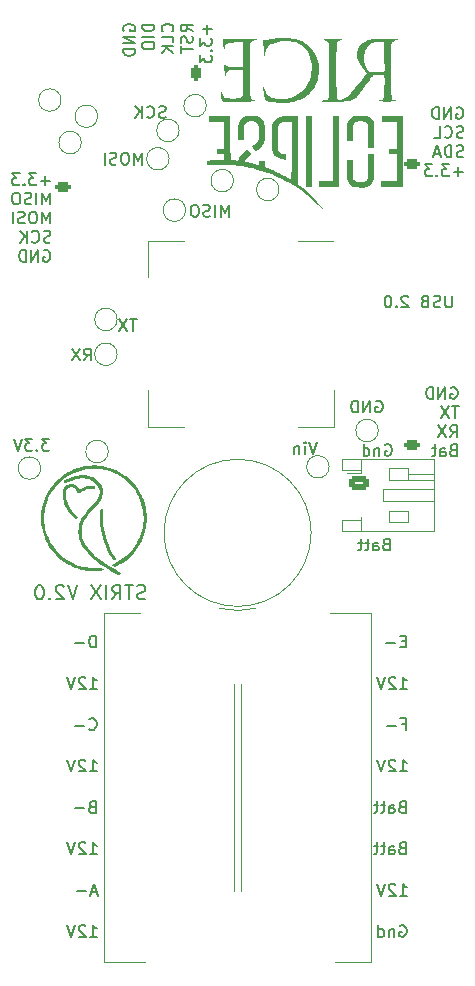
<source format=gbo>
%TF.GenerationSoftware,KiCad,Pcbnew,7.0.2-0*%
%TF.CreationDate,2023-11-23T12:17:07+01:00*%
%TF.ProjectId,Flight Computer,466c6967-6874-4204-936f-6d7075746572,1.1*%
%TF.SameCoordinates,Original*%
%TF.FileFunction,Legend,Bot*%
%TF.FilePolarity,Positive*%
%FSLAX46Y46*%
G04 Gerber Fmt 4.6, Leading zero omitted, Abs format (unit mm)*
G04 Created by KiCad (PCBNEW 7.0.2-0) date 2023-11-23 12:17:07*
%MOMM*%
%LPD*%
G01*
G04 APERTURE LIST*
G04 Aperture macros list*
%AMRoundRect*
0 Rectangle with rounded corners*
0 $1 Rounding radius*
0 $2 $3 $4 $5 $6 $7 $8 $9 X,Y pos of 4 corners*
0 Add a 4 corners polygon primitive as box body*
4,1,4,$2,$3,$4,$5,$6,$7,$8,$9,$2,$3,0*
0 Add four circle primitives for the rounded corners*
1,1,$1+$1,$2,$3*
1,1,$1+$1,$4,$5*
1,1,$1+$1,$6,$7*
1,1,$1+$1,$8,$9*
0 Add four rect primitives between the rounded corners*
20,1,$1+$1,$2,$3,$4,$5,0*
20,1,$1+$1,$4,$5,$6,$7,0*
20,1,$1+$1,$6,$7,$8,$9,0*
20,1,$1+$1,$8,$9,$2,$3,0*%
G04 Aperture macros list end*
%ADD10C,0.153000*%
%ADD11C,0.200000*%
%ADD12C,0.120000*%
%ADD13C,0.100000*%
%ADD14C,0.900000*%
%ADD15RoundRect,0.200000X0.450000X-0.200000X0.450000X0.200000X-0.450000X0.200000X-0.450000X-0.200000X0*%
%ADD16O,1.300000X0.800000*%
%ADD17C,0.650000*%
%ADD18O,2.100000X1.000000*%
%ADD19O,1.800000X1.000000*%
%ADD20RoundRect,0.200000X0.200000X0.450000X-0.200000X0.450000X-0.200000X-0.450000X0.200000X-0.450000X0*%
%ADD21O,0.800000X1.300000*%
%ADD22RoundRect,0.200000X-0.450000X0.200000X-0.450000X-0.200000X0.450000X-0.200000X0.450000X0.200000X0*%
%ADD23C,1.500000*%
%ADD24RoundRect,0.250000X-0.625000X0.350000X-0.625000X-0.350000X0.625000X-0.350000X0.625000X0.350000X0*%
%ADD25O,1.750000X1.200000*%
%ADD26C,2.000000*%
%ADD27R,3.000000X1.500000*%
%ADD28R,1.500000X3.000000*%
%ADD29R,2.000000X2.000000*%
G04 APERTURE END LIST*
D10*
X95391904Y-30907619D02*
X95391904Y-29907619D01*
X95391904Y-29907619D02*
X95058571Y-30621904D01*
X95058571Y-30621904D02*
X94725238Y-29907619D01*
X94725238Y-29907619D02*
X94725238Y-30907619D01*
X94058571Y-29907619D02*
X93868095Y-29907619D01*
X93868095Y-29907619D02*
X93772857Y-29955238D01*
X93772857Y-29955238D02*
X93677619Y-30050476D01*
X93677619Y-30050476D02*
X93630000Y-30240952D01*
X93630000Y-30240952D02*
X93630000Y-30574285D01*
X93630000Y-30574285D02*
X93677619Y-30764761D01*
X93677619Y-30764761D02*
X93772857Y-30860000D01*
X93772857Y-30860000D02*
X93868095Y-30907619D01*
X93868095Y-30907619D02*
X94058571Y-30907619D01*
X94058571Y-30907619D02*
X94153809Y-30860000D01*
X94153809Y-30860000D02*
X94249047Y-30764761D01*
X94249047Y-30764761D02*
X94296666Y-30574285D01*
X94296666Y-30574285D02*
X94296666Y-30240952D01*
X94296666Y-30240952D02*
X94249047Y-30050476D01*
X94249047Y-30050476D02*
X94153809Y-29955238D01*
X94153809Y-29955238D02*
X94058571Y-29907619D01*
X93249047Y-30860000D02*
X93106190Y-30907619D01*
X93106190Y-30907619D02*
X92868095Y-30907619D01*
X92868095Y-30907619D02*
X92772857Y-30860000D01*
X92772857Y-30860000D02*
X92725238Y-30812380D01*
X92725238Y-30812380D02*
X92677619Y-30717142D01*
X92677619Y-30717142D02*
X92677619Y-30621904D01*
X92677619Y-30621904D02*
X92725238Y-30526666D01*
X92725238Y-30526666D02*
X92772857Y-30479047D01*
X92772857Y-30479047D02*
X92868095Y-30431428D01*
X92868095Y-30431428D02*
X93058571Y-30383809D01*
X93058571Y-30383809D02*
X93153809Y-30336190D01*
X93153809Y-30336190D02*
X93201428Y-30288571D01*
X93201428Y-30288571D02*
X93249047Y-30193333D01*
X93249047Y-30193333D02*
X93249047Y-30098095D01*
X93249047Y-30098095D02*
X93201428Y-30002857D01*
X93201428Y-30002857D02*
X93153809Y-29955238D01*
X93153809Y-29955238D02*
X93058571Y-29907619D01*
X93058571Y-29907619D02*
X92820476Y-29907619D01*
X92820476Y-29907619D02*
X92677619Y-29955238D01*
X92249047Y-30907619D02*
X92249047Y-29907619D01*
X102741904Y-35327619D02*
X102741904Y-34327619D01*
X102741904Y-34327619D02*
X102408571Y-35041904D01*
X102408571Y-35041904D02*
X102075238Y-34327619D01*
X102075238Y-34327619D02*
X102075238Y-35327619D01*
X101599047Y-35327619D02*
X101599047Y-34327619D01*
X101170476Y-35280000D02*
X101027619Y-35327619D01*
X101027619Y-35327619D02*
X100789524Y-35327619D01*
X100789524Y-35327619D02*
X100694286Y-35280000D01*
X100694286Y-35280000D02*
X100646667Y-35232380D01*
X100646667Y-35232380D02*
X100599048Y-35137142D01*
X100599048Y-35137142D02*
X100599048Y-35041904D01*
X100599048Y-35041904D02*
X100646667Y-34946666D01*
X100646667Y-34946666D02*
X100694286Y-34899047D01*
X100694286Y-34899047D02*
X100789524Y-34851428D01*
X100789524Y-34851428D02*
X100980000Y-34803809D01*
X100980000Y-34803809D02*
X101075238Y-34756190D01*
X101075238Y-34756190D02*
X101122857Y-34708571D01*
X101122857Y-34708571D02*
X101170476Y-34613333D01*
X101170476Y-34613333D02*
X101170476Y-34518095D01*
X101170476Y-34518095D02*
X101122857Y-34422857D01*
X101122857Y-34422857D02*
X101075238Y-34375238D01*
X101075238Y-34375238D02*
X100980000Y-34327619D01*
X100980000Y-34327619D02*
X100741905Y-34327619D01*
X100741905Y-34327619D02*
X100599048Y-34375238D01*
X99980000Y-34327619D02*
X99789524Y-34327619D01*
X99789524Y-34327619D02*
X99694286Y-34375238D01*
X99694286Y-34375238D02*
X99599048Y-34470476D01*
X99599048Y-34470476D02*
X99551429Y-34660952D01*
X99551429Y-34660952D02*
X99551429Y-34994285D01*
X99551429Y-34994285D02*
X99599048Y-35184761D01*
X99599048Y-35184761D02*
X99694286Y-35280000D01*
X99694286Y-35280000D02*
X99789524Y-35327619D01*
X99789524Y-35327619D02*
X99980000Y-35327619D01*
X99980000Y-35327619D02*
X100075238Y-35280000D01*
X100075238Y-35280000D02*
X100170476Y-35184761D01*
X100170476Y-35184761D02*
X100218095Y-34994285D01*
X100218095Y-34994285D02*
X100218095Y-34660952D01*
X100218095Y-34660952D02*
X100170476Y-34470476D01*
X100170476Y-34470476D02*
X100075238Y-34375238D01*
X100075238Y-34375238D02*
X99980000Y-34327619D01*
X91178571Y-85273809D02*
X91035714Y-85321428D01*
X91035714Y-85321428D02*
X90988095Y-85369047D01*
X90988095Y-85369047D02*
X90940476Y-85464285D01*
X90940476Y-85464285D02*
X90940476Y-85607142D01*
X90940476Y-85607142D02*
X90988095Y-85702380D01*
X90988095Y-85702380D02*
X91035714Y-85750000D01*
X91035714Y-85750000D02*
X91130952Y-85797619D01*
X91130952Y-85797619D02*
X91511904Y-85797619D01*
X91511904Y-85797619D02*
X91511904Y-84797619D01*
X91511904Y-84797619D02*
X91178571Y-84797619D01*
X91178571Y-84797619D02*
X91083333Y-84845238D01*
X91083333Y-84845238D02*
X91035714Y-84892857D01*
X91035714Y-84892857D02*
X90988095Y-84988095D01*
X90988095Y-84988095D02*
X90988095Y-85083333D01*
X90988095Y-85083333D02*
X91035714Y-85178571D01*
X91035714Y-85178571D02*
X91083333Y-85226190D01*
X91083333Y-85226190D02*
X91178571Y-85273809D01*
X91178571Y-85273809D02*
X91511904Y-85273809D01*
X90511904Y-85416666D02*
X89750000Y-85416666D01*
X117238095Y-82297619D02*
X117809523Y-82297619D01*
X117523809Y-82297619D02*
X117523809Y-81297619D01*
X117523809Y-81297619D02*
X117619047Y-81440476D01*
X117619047Y-81440476D02*
X117714285Y-81535714D01*
X117714285Y-81535714D02*
X117809523Y-81583333D01*
X116857142Y-81392857D02*
X116809523Y-81345238D01*
X116809523Y-81345238D02*
X116714285Y-81297619D01*
X116714285Y-81297619D02*
X116476190Y-81297619D01*
X116476190Y-81297619D02*
X116380952Y-81345238D01*
X116380952Y-81345238D02*
X116333333Y-81392857D01*
X116333333Y-81392857D02*
X116285714Y-81488095D01*
X116285714Y-81488095D02*
X116285714Y-81583333D01*
X116285714Y-81583333D02*
X116333333Y-81726190D01*
X116333333Y-81726190D02*
X116904761Y-82297619D01*
X116904761Y-82297619D02*
X116285714Y-82297619D01*
X115999999Y-81297619D02*
X115666666Y-82297619D01*
X115666666Y-82297619D02*
X115333333Y-81297619D01*
X117761904Y-71273809D02*
X117428571Y-71273809D01*
X117285714Y-71797619D02*
X117761904Y-71797619D01*
X117761904Y-71797619D02*
X117761904Y-70797619D01*
X117761904Y-70797619D02*
X117285714Y-70797619D01*
X116857142Y-71416666D02*
X116095238Y-71416666D01*
X116078571Y-63053809D02*
X115935714Y-63101428D01*
X115935714Y-63101428D02*
X115888095Y-63149047D01*
X115888095Y-63149047D02*
X115840476Y-63244285D01*
X115840476Y-63244285D02*
X115840476Y-63387142D01*
X115840476Y-63387142D02*
X115888095Y-63482380D01*
X115888095Y-63482380D02*
X115935714Y-63530000D01*
X115935714Y-63530000D02*
X116030952Y-63577619D01*
X116030952Y-63577619D02*
X116411904Y-63577619D01*
X116411904Y-63577619D02*
X116411904Y-62577619D01*
X116411904Y-62577619D02*
X116078571Y-62577619D01*
X116078571Y-62577619D02*
X115983333Y-62625238D01*
X115983333Y-62625238D02*
X115935714Y-62672857D01*
X115935714Y-62672857D02*
X115888095Y-62768095D01*
X115888095Y-62768095D02*
X115888095Y-62863333D01*
X115888095Y-62863333D02*
X115935714Y-62958571D01*
X115935714Y-62958571D02*
X115983333Y-63006190D01*
X115983333Y-63006190D02*
X116078571Y-63053809D01*
X116078571Y-63053809D02*
X116411904Y-63053809D01*
X114983333Y-63577619D02*
X114983333Y-63053809D01*
X114983333Y-63053809D02*
X115030952Y-62958571D01*
X115030952Y-62958571D02*
X115126190Y-62910952D01*
X115126190Y-62910952D02*
X115316666Y-62910952D01*
X115316666Y-62910952D02*
X115411904Y-62958571D01*
X114983333Y-63530000D02*
X115078571Y-63577619D01*
X115078571Y-63577619D02*
X115316666Y-63577619D01*
X115316666Y-63577619D02*
X115411904Y-63530000D01*
X115411904Y-63530000D02*
X115459523Y-63434761D01*
X115459523Y-63434761D02*
X115459523Y-63339523D01*
X115459523Y-63339523D02*
X115411904Y-63244285D01*
X115411904Y-63244285D02*
X115316666Y-63196666D01*
X115316666Y-63196666D02*
X115078571Y-63196666D01*
X115078571Y-63196666D02*
X114983333Y-63149047D01*
X114649999Y-62910952D02*
X114269047Y-62910952D01*
X114507142Y-62577619D02*
X114507142Y-63434761D01*
X114507142Y-63434761D02*
X114459523Y-63530000D01*
X114459523Y-63530000D02*
X114364285Y-63577619D01*
X114364285Y-63577619D02*
X114269047Y-63577619D01*
X114078570Y-62910952D02*
X113697618Y-62910952D01*
X113935713Y-62577619D02*
X113935713Y-63434761D01*
X113935713Y-63434761D02*
X113888094Y-63530000D01*
X113888094Y-63530000D02*
X113792856Y-63577619D01*
X113792856Y-63577619D02*
X113697618Y-63577619D01*
X97409523Y-26900000D02*
X97266666Y-26947619D01*
X97266666Y-26947619D02*
X97028571Y-26947619D01*
X97028571Y-26947619D02*
X96933333Y-26900000D01*
X96933333Y-26900000D02*
X96885714Y-26852380D01*
X96885714Y-26852380D02*
X96838095Y-26757142D01*
X96838095Y-26757142D02*
X96838095Y-26661904D01*
X96838095Y-26661904D02*
X96885714Y-26566666D01*
X96885714Y-26566666D02*
X96933333Y-26519047D01*
X96933333Y-26519047D02*
X97028571Y-26471428D01*
X97028571Y-26471428D02*
X97219047Y-26423809D01*
X97219047Y-26423809D02*
X97314285Y-26376190D01*
X97314285Y-26376190D02*
X97361904Y-26328571D01*
X97361904Y-26328571D02*
X97409523Y-26233333D01*
X97409523Y-26233333D02*
X97409523Y-26138095D01*
X97409523Y-26138095D02*
X97361904Y-26042857D01*
X97361904Y-26042857D02*
X97314285Y-25995238D01*
X97314285Y-25995238D02*
X97219047Y-25947619D01*
X97219047Y-25947619D02*
X96980952Y-25947619D01*
X96980952Y-25947619D02*
X96838095Y-25995238D01*
X95838095Y-26852380D02*
X95885714Y-26900000D01*
X95885714Y-26900000D02*
X96028571Y-26947619D01*
X96028571Y-26947619D02*
X96123809Y-26947619D01*
X96123809Y-26947619D02*
X96266666Y-26900000D01*
X96266666Y-26900000D02*
X96361904Y-26804761D01*
X96361904Y-26804761D02*
X96409523Y-26709523D01*
X96409523Y-26709523D02*
X96457142Y-26519047D01*
X96457142Y-26519047D02*
X96457142Y-26376190D01*
X96457142Y-26376190D02*
X96409523Y-26185714D01*
X96409523Y-26185714D02*
X96361904Y-26090476D01*
X96361904Y-26090476D02*
X96266666Y-25995238D01*
X96266666Y-25995238D02*
X96123809Y-25947619D01*
X96123809Y-25947619D02*
X96028571Y-25947619D01*
X96028571Y-25947619D02*
X95885714Y-25995238D01*
X95885714Y-25995238D02*
X95838095Y-26042857D01*
X95409523Y-26947619D02*
X95409523Y-25947619D01*
X94838095Y-26947619D02*
X95266666Y-26376190D01*
X94838095Y-25947619D02*
X95409523Y-26519047D01*
X87557142Y-54137619D02*
X86938095Y-54137619D01*
X86938095Y-54137619D02*
X87271428Y-54518571D01*
X87271428Y-54518571D02*
X87128571Y-54518571D01*
X87128571Y-54518571D02*
X87033333Y-54566190D01*
X87033333Y-54566190D02*
X86985714Y-54613809D01*
X86985714Y-54613809D02*
X86938095Y-54709047D01*
X86938095Y-54709047D02*
X86938095Y-54947142D01*
X86938095Y-54947142D02*
X86985714Y-55042380D01*
X86985714Y-55042380D02*
X87033333Y-55090000D01*
X87033333Y-55090000D02*
X87128571Y-55137619D01*
X87128571Y-55137619D02*
X87414285Y-55137619D01*
X87414285Y-55137619D02*
X87509523Y-55090000D01*
X87509523Y-55090000D02*
X87557142Y-55042380D01*
X86509523Y-55042380D02*
X86461904Y-55090000D01*
X86461904Y-55090000D02*
X86509523Y-55137619D01*
X86509523Y-55137619D02*
X86557142Y-55090000D01*
X86557142Y-55090000D02*
X86509523Y-55042380D01*
X86509523Y-55042380D02*
X86509523Y-55137619D01*
X86128571Y-54137619D02*
X85509524Y-54137619D01*
X85509524Y-54137619D02*
X85842857Y-54518571D01*
X85842857Y-54518571D02*
X85700000Y-54518571D01*
X85700000Y-54518571D02*
X85604762Y-54566190D01*
X85604762Y-54566190D02*
X85557143Y-54613809D01*
X85557143Y-54613809D02*
X85509524Y-54709047D01*
X85509524Y-54709047D02*
X85509524Y-54947142D01*
X85509524Y-54947142D02*
X85557143Y-55042380D01*
X85557143Y-55042380D02*
X85604762Y-55090000D01*
X85604762Y-55090000D02*
X85700000Y-55137619D01*
X85700000Y-55137619D02*
X85985714Y-55137619D01*
X85985714Y-55137619D02*
X86080952Y-55090000D01*
X86080952Y-55090000D02*
X86128571Y-55042380D01*
X85223809Y-54137619D02*
X84890476Y-55137619D01*
X84890476Y-55137619D02*
X84557143Y-54137619D01*
X87611904Y-32276666D02*
X86850000Y-32276666D01*
X87230952Y-32657619D02*
X87230952Y-31895714D01*
X86469047Y-31657619D02*
X85850000Y-31657619D01*
X85850000Y-31657619D02*
X86183333Y-32038571D01*
X86183333Y-32038571D02*
X86040476Y-32038571D01*
X86040476Y-32038571D02*
X85945238Y-32086190D01*
X85945238Y-32086190D02*
X85897619Y-32133809D01*
X85897619Y-32133809D02*
X85850000Y-32229047D01*
X85850000Y-32229047D02*
X85850000Y-32467142D01*
X85850000Y-32467142D02*
X85897619Y-32562380D01*
X85897619Y-32562380D02*
X85945238Y-32610000D01*
X85945238Y-32610000D02*
X86040476Y-32657619D01*
X86040476Y-32657619D02*
X86326190Y-32657619D01*
X86326190Y-32657619D02*
X86421428Y-32610000D01*
X86421428Y-32610000D02*
X86469047Y-32562380D01*
X85421428Y-32562380D02*
X85373809Y-32610000D01*
X85373809Y-32610000D02*
X85421428Y-32657619D01*
X85421428Y-32657619D02*
X85469047Y-32610000D01*
X85469047Y-32610000D02*
X85421428Y-32562380D01*
X85421428Y-32562380D02*
X85421428Y-32657619D01*
X85040476Y-31657619D02*
X84421429Y-31657619D01*
X84421429Y-31657619D02*
X84754762Y-32038571D01*
X84754762Y-32038571D02*
X84611905Y-32038571D01*
X84611905Y-32038571D02*
X84516667Y-32086190D01*
X84516667Y-32086190D02*
X84469048Y-32133809D01*
X84469048Y-32133809D02*
X84421429Y-32229047D01*
X84421429Y-32229047D02*
X84421429Y-32467142D01*
X84421429Y-32467142D02*
X84469048Y-32562380D01*
X84469048Y-32562380D02*
X84516667Y-32610000D01*
X84516667Y-32610000D02*
X84611905Y-32657619D01*
X84611905Y-32657619D02*
X84897619Y-32657619D01*
X84897619Y-32657619D02*
X84992857Y-32610000D01*
X84992857Y-32610000D02*
X85040476Y-32562380D01*
X87611904Y-34277619D02*
X87611904Y-33277619D01*
X87611904Y-33277619D02*
X87278571Y-33991904D01*
X87278571Y-33991904D02*
X86945238Y-33277619D01*
X86945238Y-33277619D02*
X86945238Y-34277619D01*
X86469047Y-34277619D02*
X86469047Y-33277619D01*
X86040476Y-34230000D02*
X85897619Y-34277619D01*
X85897619Y-34277619D02*
X85659524Y-34277619D01*
X85659524Y-34277619D02*
X85564286Y-34230000D01*
X85564286Y-34230000D02*
X85516667Y-34182380D01*
X85516667Y-34182380D02*
X85469048Y-34087142D01*
X85469048Y-34087142D02*
X85469048Y-33991904D01*
X85469048Y-33991904D02*
X85516667Y-33896666D01*
X85516667Y-33896666D02*
X85564286Y-33849047D01*
X85564286Y-33849047D02*
X85659524Y-33801428D01*
X85659524Y-33801428D02*
X85850000Y-33753809D01*
X85850000Y-33753809D02*
X85945238Y-33706190D01*
X85945238Y-33706190D02*
X85992857Y-33658571D01*
X85992857Y-33658571D02*
X86040476Y-33563333D01*
X86040476Y-33563333D02*
X86040476Y-33468095D01*
X86040476Y-33468095D02*
X85992857Y-33372857D01*
X85992857Y-33372857D02*
X85945238Y-33325238D01*
X85945238Y-33325238D02*
X85850000Y-33277619D01*
X85850000Y-33277619D02*
X85611905Y-33277619D01*
X85611905Y-33277619D02*
X85469048Y-33325238D01*
X84850000Y-33277619D02*
X84659524Y-33277619D01*
X84659524Y-33277619D02*
X84564286Y-33325238D01*
X84564286Y-33325238D02*
X84469048Y-33420476D01*
X84469048Y-33420476D02*
X84421429Y-33610952D01*
X84421429Y-33610952D02*
X84421429Y-33944285D01*
X84421429Y-33944285D02*
X84469048Y-34134761D01*
X84469048Y-34134761D02*
X84564286Y-34230000D01*
X84564286Y-34230000D02*
X84659524Y-34277619D01*
X84659524Y-34277619D02*
X84850000Y-34277619D01*
X84850000Y-34277619D02*
X84945238Y-34230000D01*
X84945238Y-34230000D02*
X85040476Y-34134761D01*
X85040476Y-34134761D02*
X85088095Y-33944285D01*
X85088095Y-33944285D02*
X85088095Y-33610952D01*
X85088095Y-33610952D02*
X85040476Y-33420476D01*
X85040476Y-33420476D02*
X84945238Y-33325238D01*
X84945238Y-33325238D02*
X84850000Y-33277619D01*
X87611904Y-35897619D02*
X87611904Y-34897619D01*
X87611904Y-34897619D02*
X87278571Y-35611904D01*
X87278571Y-35611904D02*
X86945238Y-34897619D01*
X86945238Y-34897619D02*
X86945238Y-35897619D01*
X86278571Y-34897619D02*
X86088095Y-34897619D01*
X86088095Y-34897619D02*
X85992857Y-34945238D01*
X85992857Y-34945238D02*
X85897619Y-35040476D01*
X85897619Y-35040476D02*
X85850000Y-35230952D01*
X85850000Y-35230952D02*
X85850000Y-35564285D01*
X85850000Y-35564285D02*
X85897619Y-35754761D01*
X85897619Y-35754761D02*
X85992857Y-35850000D01*
X85992857Y-35850000D02*
X86088095Y-35897619D01*
X86088095Y-35897619D02*
X86278571Y-35897619D01*
X86278571Y-35897619D02*
X86373809Y-35850000D01*
X86373809Y-35850000D02*
X86469047Y-35754761D01*
X86469047Y-35754761D02*
X86516666Y-35564285D01*
X86516666Y-35564285D02*
X86516666Y-35230952D01*
X86516666Y-35230952D02*
X86469047Y-35040476D01*
X86469047Y-35040476D02*
X86373809Y-34945238D01*
X86373809Y-34945238D02*
X86278571Y-34897619D01*
X85469047Y-35850000D02*
X85326190Y-35897619D01*
X85326190Y-35897619D02*
X85088095Y-35897619D01*
X85088095Y-35897619D02*
X84992857Y-35850000D01*
X84992857Y-35850000D02*
X84945238Y-35802380D01*
X84945238Y-35802380D02*
X84897619Y-35707142D01*
X84897619Y-35707142D02*
X84897619Y-35611904D01*
X84897619Y-35611904D02*
X84945238Y-35516666D01*
X84945238Y-35516666D02*
X84992857Y-35469047D01*
X84992857Y-35469047D02*
X85088095Y-35421428D01*
X85088095Y-35421428D02*
X85278571Y-35373809D01*
X85278571Y-35373809D02*
X85373809Y-35326190D01*
X85373809Y-35326190D02*
X85421428Y-35278571D01*
X85421428Y-35278571D02*
X85469047Y-35183333D01*
X85469047Y-35183333D02*
X85469047Y-35088095D01*
X85469047Y-35088095D02*
X85421428Y-34992857D01*
X85421428Y-34992857D02*
X85373809Y-34945238D01*
X85373809Y-34945238D02*
X85278571Y-34897619D01*
X85278571Y-34897619D02*
X85040476Y-34897619D01*
X85040476Y-34897619D02*
X84897619Y-34945238D01*
X84469047Y-35897619D02*
X84469047Y-34897619D01*
X87659523Y-37470000D02*
X87516666Y-37517619D01*
X87516666Y-37517619D02*
X87278571Y-37517619D01*
X87278571Y-37517619D02*
X87183333Y-37470000D01*
X87183333Y-37470000D02*
X87135714Y-37422380D01*
X87135714Y-37422380D02*
X87088095Y-37327142D01*
X87088095Y-37327142D02*
X87088095Y-37231904D01*
X87088095Y-37231904D02*
X87135714Y-37136666D01*
X87135714Y-37136666D02*
X87183333Y-37089047D01*
X87183333Y-37089047D02*
X87278571Y-37041428D01*
X87278571Y-37041428D02*
X87469047Y-36993809D01*
X87469047Y-36993809D02*
X87564285Y-36946190D01*
X87564285Y-36946190D02*
X87611904Y-36898571D01*
X87611904Y-36898571D02*
X87659523Y-36803333D01*
X87659523Y-36803333D02*
X87659523Y-36708095D01*
X87659523Y-36708095D02*
X87611904Y-36612857D01*
X87611904Y-36612857D02*
X87564285Y-36565238D01*
X87564285Y-36565238D02*
X87469047Y-36517619D01*
X87469047Y-36517619D02*
X87230952Y-36517619D01*
X87230952Y-36517619D02*
X87088095Y-36565238D01*
X86088095Y-37422380D02*
X86135714Y-37470000D01*
X86135714Y-37470000D02*
X86278571Y-37517619D01*
X86278571Y-37517619D02*
X86373809Y-37517619D01*
X86373809Y-37517619D02*
X86516666Y-37470000D01*
X86516666Y-37470000D02*
X86611904Y-37374761D01*
X86611904Y-37374761D02*
X86659523Y-37279523D01*
X86659523Y-37279523D02*
X86707142Y-37089047D01*
X86707142Y-37089047D02*
X86707142Y-36946190D01*
X86707142Y-36946190D02*
X86659523Y-36755714D01*
X86659523Y-36755714D02*
X86611904Y-36660476D01*
X86611904Y-36660476D02*
X86516666Y-36565238D01*
X86516666Y-36565238D02*
X86373809Y-36517619D01*
X86373809Y-36517619D02*
X86278571Y-36517619D01*
X86278571Y-36517619D02*
X86135714Y-36565238D01*
X86135714Y-36565238D02*
X86088095Y-36612857D01*
X85659523Y-37517619D02*
X85659523Y-36517619D01*
X85088095Y-37517619D02*
X85516666Y-36946190D01*
X85088095Y-36517619D02*
X85659523Y-37089047D01*
X87088095Y-38185238D02*
X87183333Y-38137619D01*
X87183333Y-38137619D02*
X87326190Y-38137619D01*
X87326190Y-38137619D02*
X87469047Y-38185238D01*
X87469047Y-38185238D02*
X87564285Y-38280476D01*
X87564285Y-38280476D02*
X87611904Y-38375714D01*
X87611904Y-38375714D02*
X87659523Y-38566190D01*
X87659523Y-38566190D02*
X87659523Y-38709047D01*
X87659523Y-38709047D02*
X87611904Y-38899523D01*
X87611904Y-38899523D02*
X87564285Y-38994761D01*
X87564285Y-38994761D02*
X87469047Y-39090000D01*
X87469047Y-39090000D02*
X87326190Y-39137619D01*
X87326190Y-39137619D02*
X87230952Y-39137619D01*
X87230952Y-39137619D02*
X87088095Y-39090000D01*
X87088095Y-39090000D02*
X87040476Y-39042380D01*
X87040476Y-39042380D02*
X87040476Y-38709047D01*
X87040476Y-38709047D02*
X87230952Y-38709047D01*
X86611904Y-39137619D02*
X86611904Y-38137619D01*
X86611904Y-38137619D02*
X86040476Y-39137619D01*
X86040476Y-39137619D02*
X86040476Y-38137619D01*
X85564285Y-39137619D02*
X85564285Y-38137619D01*
X85564285Y-38137619D02*
X85326190Y-38137619D01*
X85326190Y-38137619D02*
X85183333Y-38185238D01*
X85183333Y-38185238D02*
X85088095Y-38280476D01*
X85088095Y-38280476D02*
X85040476Y-38375714D01*
X85040476Y-38375714D02*
X84992857Y-38566190D01*
X84992857Y-38566190D02*
X84992857Y-38709047D01*
X84992857Y-38709047D02*
X85040476Y-38899523D01*
X85040476Y-38899523D02*
X85088095Y-38994761D01*
X85088095Y-38994761D02*
X85183333Y-39090000D01*
X85183333Y-39090000D02*
X85326190Y-39137619D01*
X85326190Y-39137619D02*
X85564285Y-39137619D01*
X90940476Y-78702380D02*
X90988095Y-78750000D01*
X90988095Y-78750000D02*
X91130952Y-78797619D01*
X91130952Y-78797619D02*
X91226190Y-78797619D01*
X91226190Y-78797619D02*
X91369047Y-78750000D01*
X91369047Y-78750000D02*
X91464285Y-78654761D01*
X91464285Y-78654761D02*
X91511904Y-78559523D01*
X91511904Y-78559523D02*
X91559523Y-78369047D01*
X91559523Y-78369047D02*
X91559523Y-78226190D01*
X91559523Y-78226190D02*
X91511904Y-78035714D01*
X91511904Y-78035714D02*
X91464285Y-77940476D01*
X91464285Y-77940476D02*
X91369047Y-77845238D01*
X91369047Y-77845238D02*
X91226190Y-77797619D01*
X91226190Y-77797619D02*
X91130952Y-77797619D01*
X91130952Y-77797619D02*
X90988095Y-77845238D01*
X90988095Y-77845238D02*
X90940476Y-77892857D01*
X90511904Y-78416666D02*
X89750000Y-78416666D01*
X110204761Y-54427619D02*
X109871428Y-55427619D01*
X109871428Y-55427619D02*
X109538095Y-54427619D01*
X109204761Y-55427619D02*
X109204761Y-54760952D01*
X109204761Y-54427619D02*
X109252380Y-54475238D01*
X109252380Y-54475238D02*
X109204761Y-54522857D01*
X109204761Y-54522857D02*
X109157142Y-54475238D01*
X109157142Y-54475238D02*
X109204761Y-54427619D01*
X109204761Y-54427619D02*
X109204761Y-54522857D01*
X108728571Y-54760952D02*
X108728571Y-55427619D01*
X108728571Y-54856190D02*
X108680952Y-54808571D01*
X108680952Y-54808571D02*
X108585714Y-54760952D01*
X108585714Y-54760952D02*
X108442857Y-54760952D01*
X108442857Y-54760952D02*
X108347619Y-54808571D01*
X108347619Y-54808571D02*
X108300000Y-54903809D01*
X108300000Y-54903809D02*
X108300000Y-55427619D01*
X121558095Y-49795238D02*
X121653333Y-49747619D01*
X121653333Y-49747619D02*
X121796190Y-49747619D01*
X121796190Y-49747619D02*
X121939047Y-49795238D01*
X121939047Y-49795238D02*
X122034285Y-49890476D01*
X122034285Y-49890476D02*
X122081904Y-49985714D01*
X122081904Y-49985714D02*
X122129523Y-50176190D01*
X122129523Y-50176190D02*
X122129523Y-50319047D01*
X122129523Y-50319047D02*
X122081904Y-50509523D01*
X122081904Y-50509523D02*
X122034285Y-50604761D01*
X122034285Y-50604761D02*
X121939047Y-50700000D01*
X121939047Y-50700000D02*
X121796190Y-50747619D01*
X121796190Y-50747619D02*
X121700952Y-50747619D01*
X121700952Y-50747619D02*
X121558095Y-50700000D01*
X121558095Y-50700000D02*
X121510476Y-50652380D01*
X121510476Y-50652380D02*
X121510476Y-50319047D01*
X121510476Y-50319047D02*
X121700952Y-50319047D01*
X121081904Y-50747619D02*
X121081904Y-49747619D01*
X121081904Y-49747619D02*
X120510476Y-50747619D01*
X120510476Y-50747619D02*
X120510476Y-49747619D01*
X120034285Y-50747619D02*
X120034285Y-49747619D01*
X120034285Y-49747619D02*
X119796190Y-49747619D01*
X119796190Y-49747619D02*
X119653333Y-49795238D01*
X119653333Y-49795238D02*
X119558095Y-49890476D01*
X119558095Y-49890476D02*
X119510476Y-49985714D01*
X119510476Y-49985714D02*
X119462857Y-50176190D01*
X119462857Y-50176190D02*
X119462857Y-50319047D01*
X119462857Y-50319047D02*
X119510476Y-50509523D01*
X119510476Y-50509523D02*
X119558095Y-50604761D01*
X119558095Y-50604761D02*
X119653333Y-50700000D01*
X119653333Y-50700000D02*
X119796190Y-50747619D01*
X119796190Y-50747619D02*
X120034285Y-50747619D01*
X122224761Y-51367619D02*
X121653333Y-51367619D01*
X121939047Y-52367619D02*
X121939047Y-51367619D01*
X121415237Y-51367619D02*
X120748571Y-52367619D01*
X120748571Y-51367619D02*
X121415237Y-52367619D01*
X121510476Y-53987619D02*
X121843809Y-53511428D01*
X122081904Y-53987619D02*
X122081904Y-52987619D01*
X122081904Y-52987619D02*
X121700952Y-52987619D01*
X121700952Y-52987619D02*
X121605714Y-53035238D01*
X121605714Y-53035238D02*
X121558095Y-53082857D01*
X121558095Y-53082857D02*
X121510476Y-53178095D01*
X121510476Y-53178095D02*
X121510476Y-53320952D01*
X121510476Y-53320952D02*
X121558095Y-53416190D01*
X121558095Y-53416190D02*
X121605714Y-53463809D01*
X121605714Y-53463809D02*
X121700952Y-53511428D01*
X121700952Y-53511428D02*
X122081904Y-53511428D01*
X121177142Y-52987619D02*
X120510476Y-53987619D01*
X120510476Y-52987619D02*
X121177142Y-53987619D01*
X121748571Y-55083809D02*
X121605714Y-55131428D01*
X121605714Y-55131428D02*
X121558095Y-55179047D01*
X121558095Y-55179047D02*
X121510476Y-55274285D01*
X121510476Y-55274285D02*
X121510476Y-55417142D01*
X121510476Y-55417142D02*
X121558095Y-55512380D01*
X121558095Y-55512380D02*
X121605714Y-55560000D01*
X121605714Y-55560000D02*
X121700952Y-55607619D01*
X121700952Y-55607619D02*
X122081904Y-55607619D01*
X122081904Y-55607619D02*
X122081904Y-54607619D01*
X122081904Y-54607619D02*
X121748571Y-54607619D01*
X121748571Y-54607619D02*
X121653333Y-54655238D01*
X121653333Y-54655238D02*
X121605714Y-54702857D01*
X121605714Y-54702857D02*
X121558095Y-54798095D01*
X121558095Y-54798095D02*
X121558095Y-54893333D01*
X121558095Y-54893333D02*
X121605714Y-54988571D01*
X121605714Y-54988571D02*
X121653333Y-55036190D01*
X121653333Y-55036190D02*
X121748571Y-55083809D01*
X121748571Y-55083809D02*
X122081904Y-55083809D01*
X120653333Y-55607619D02*
X120653333Y-55083809D01*
X120653333Y-55083809D02*
X120700952Y-54988571D01*
X120700952Y-54988571D02*
X120796190Y-54940952D01*
X120796190Y-54940952D02*
X120986666Y-54940952D01*
X120986666Y-54940952D02*
X121081904Y-54988571D01*
X120653333Y-55560000D02*
X120748571Y-55607619D01*
X120748571Y-55607619D02*
X120986666Y-55607619D01*
X120986666Y-55607619D02*
X121081904Y-55560000D01*
X121081904Y-55560000D02*
X121129523Y-55464761D01*
X121129523Y-55464761D02*
X121129523Y-55369523D01*
X121129523Y-55369523D02*
X121081904Y-55274285D01*
X121081904Y-55274285D02*
X120986666Y-55226666D01*
X120986666Y-55226666D02*
X120748571Y-55226666D01*
X120748571Y-55226666D02*
X120653333Y-55179047D01*
X120319999Y-54940952D02*
X119939047Y-54940952D01*
X120177142Y-54607619D02*
X120177142Y-55464761D01*
X120177142Y-55464761D02*
X120129523Y-55560000D01*
X120129523Y-55560000D02*
X120034285Y-55607619D01*
X120034285Y-55607619D02*
X119939047Y-55607619D01*
X90988095Y-89297619D02*
X91559523Y-89297619D01*
X91273809Y-89297619D02*
X91273809Y-88297619D01*
X91273809Y-88297619D02*
X91369047Y-88440476D01*
X91369047Y-88440476D02*
X91464285Y-88535714D01*
X91464285Y-88535714D02*
X91559523Y-88583333D01*
X90607142Y-88392857D02*
X90559523Y-88345238D01*
X90559523Y-88345238D02*
X90464285Y-88297619D01*
X90464285Y-88297619D02*
X90226190Y-88297619D01*
X90226190Y-88297619D02*
X90130952Y-88345238D01*
X90130952Y-88345238D02*
X90083333Y-88392857D01*
X90083333Y-88392857D02*
X90035714Y-88488095D01*
X90035714Y-88488095D02*
X90035714Y-88583333D01*
X90035714Y-88583333D02*
X90083333Y-88726190D01*
X90083333Y-88726190D02*
X90654761Y-89297619D01*
X90654761Y-89297619D02*
X90035714Y-89297619D01*
X89749999Y-88297619D02*
X89416666Y-89297619D01*
X89416666Y-89297619D02*
X89083333Y-88297619D01*
X117238095Y-95345238D02*
X117333333Y-95297619D01*
X117333333Y-95297619D02*
X117476190Y-95297619D01*
X117476190Y-95297619D02*
X117619047Y-95345238D01*
X117619047Y-95345238D02*
X117714285Y-95440476D01*
X117714285Y-95440476D02*
X117761904Y-95535714D01*
X117761904Y-95535714D02*
X117809523Y-95726190D01*
X117809523Y-95726190D02*
X117809523Y-95869047D01*
X117809523Y-95869047D02*
X117761904Y-96059523D01*
X117761904Y-96059523D02*
X117714285Y-96154761D01*
X117714285Y-96154761D02*
X117619047Y-96250000D01*
X117619047Y-96250000D02*
X117476190Y-96297619D01*
X117476190Y-96297619D02*
X117380952Y-96297619D01*
X117380952Y-96297619D02*
X117238095Y-96250000D01*
X117238095Y-96250000D02*
X117190476Y-96202380D01*
X117190476Y-96202380D02*
X117190476Y-95869047D01*
X117190476Y-95869047D02*
X117380952Y-95869047D01*
X116761904Y-95630952D02*
X116761904Y-96297619D01*
X116761904Y-95726190D02*
X116714285Y-95678571D01*
X116714285Y-95678571D02*
X116619047Y-95630952D01*
X116619047Y-95630952D02*
X116476190Y-95630952D01*
X116476190Y-95630952D02*
X116380952Y-95678571D01*
X116380952Y-95678571D02*
X116333333Y-95773809D01*
X116333333Y-95773809D02*
X116333333Y-96297619D01*
X115428571Y-96297619D02*
X115428571Y-95297619D01*
X115428571Y-96250000D02*
X115523809Y-96297619D01*
X115523809Y-96297619D02*
X115714285Y-96297619D01*
X115714285Y-96297619D02*
X115809523Y-96250000D01*
X115809523Y-96250000D02*
X115857142Y-96202380D01*
X115857142Y-96202380D02*
X115904761Y-96107142D01*
X115904761Y-96107142D02*
X115904761Y-95821428D01*
X115904761Y-95821428D02*
X115857142Y-95726190D01*
X115857142Y-95726190D02*
X115809523Y-95678571D01*
X115809523Y-95678571D02*
X115714285Y-95630952D01*
X115714285Y-95630952D02*
X115523809Y-95630952D01*
X115523809Y-95630952D02*
X115428571Y-95678571D01*
X90988095Y-82297619D02*
X91559523Y-82297619D01*
X91273809Y-82297619D02*
X91273809Y-81297619D01*
X91273809Y-81297619D02*
X91369047Y-81440476D01*
X91369047Y-81440476D02*
X91464285Y-81535714D01*
X91464285Y-81535714D02*
X91559523Y-81583333D01*
X90607142Y-81392857D02*
X90559523Y-81345238D01*
X90559523Y-81345238D02*
X90464285Y-81297619D01*
X90464285Y-81297619D02*
X90226190Y-81297619D01*
X90226190Y-81297619D02*
X90130952Y-81345238D01*
X90130952Y-81345238D02*
X90083333Y-81392857D01*
X90083333Y-81392857D02*
X90035714Y-81488095D01*
X90035714Y-81488095D02*
X90035714Y-81583333D01*
X90035714Y-81583333D02*
X90083333Y-81726190D01*
X90083333Y-81726190D02*
X90654761Y-82297619D01*
X90654761Y-82297619D02*
X90035714Y-82297619D01*
X89749999Y-81297619D02*
X89416666Y-82297619D01*
X89416666Y-82297619D02*
X89083333Y-81297619D01*
X91511904Y-71797619D02*
X91511904Y-70797619D01*
X91511904Y-70797619D02*
X91273809Y-70797619D01*
X91273809Y-70797619D02*
X91130952Y-70845238D01*
X91130952Y-70845238D02*
X91035714Y-70940476D01*
X91035714Y-70940476D02*
X90988095Y-71035714D01*
X90988095Y-71035714D02*
X90940476Y-71226190D01*
X90940476Y-71226190D02*
X90940476Y-71369047D01*
X90940476Y-71369047D02*
X90988095Y-71559523D01*
X90988095Y-71559523D02*
X91035714Y-71654761D01*
X91035714Y-71654761D02*
X91130952Y-71750000D01*
X91130952Y-71750000D02*
X91273809Y-71797619D01*
X91273809Y-71797619D02*
X91511904Y-71797619D01*
X90511904Y-71416666D02*
X89750000Y-71416666D01*
X122038095Y-26085238D02*
X122133333Y-26037619D01*
X122133333Y-26037619D02*
X122276190Y-26037619D01*
X122276190Y-26037619D02*
X122419047Y-26085238D01*
X122419047Y-26085238D02*
X122514285Y-26180476D01*
X122514285Y-26180476D02*
X122561904Y-26275714D01*
X122561904Y-26275714D02*
X122609523Y-26466190D01*
X122609523Y-26466190D02*
X122609523Y-26609047D01*
X122609523Y-26609047D02*
X122561904Y-26799523D01*
X122561904Y-26799523D02*
X122514285Y-26894761D01*
X122514285Y-26894761D02*
X122419047Y-26990000D01*
X122419047Y-26990000D02*
X122276190Y-27037619D01*
X122276190Y-27037619D02*
X122180952Y-27037619D01*
X122180952Y-27037619D02*
X122038095Y-26990000D01*
X122038095Y-26990000D02*
X121990476Y-26942380D01*
X121990476Y-26942380D02*
X121990476Y-26609047D01*
X121990476Y-26609047D02*
X122180952Y-26609047D01*
X121561904Y-27037619D02*
X121561904Y-26037619D01*
X121561904Y-26037619D02*
X120990476Y-27037619D01*
X120990476Y-27037619D02*
X120990476Y-26037619D01*
X120514285Y-27037619D02*
X120514285Y-26037619D01*
X120514285Y-26037619D02*
X120276190Y-26037619D01*
X120276190Y-26037619D02*
X120133333Y-26085238D01*
X120133333Y-26085238D02*
X120038095Y-26180476D01*
X120038095Y-26180476D02*
X119990476Y-26275714D01*
X119990476Y-26275714D02*
X119942857Y-26466190D01*
X119942857Y-26466190D02*
X119942857Y-26609047D01*
X119942857Y-26609047D02*
X119990476Y-26799523D01*
X119990476Y-26799523D02*
X120038095Y-26894761D01*
X120038095Y-26894761D02*
X120133333Y-26990000D01*
X120133333Y-26990000D02*
X120276190Y-27037619D01*
X120276190Y-27037619D02*
X120514285Y-27037619D01*
X122609523Y-28610000D02*
X122466666Y-28657619D01*
X122466666Y-28657619D02*
X122228571Y-28657619D01*
X122228571Y-28657619D02*
X122133333Y-28610000D01*
X122133333Y-28610000D02*
X122085714Y-28562380D01*
X122085714Y-28562380D02*
X122038095Y-28467142D01*
X122038095Y-28467142D02*
X122038095Y-28371904D01*
X122038095Y-28371904D02*
X122085714Y-28276666D01*
X122085714Y-28276666D02*
X122133333Y-28229047D01*
X122133333Y-28229047D02*
X122228571Y-28181428D01*
X122228571Y-28181428D02*
X122419047Y-28133809D01*
X122419047Y-28133809D02*
X122514285Y-28086190D01*
X122514285Y-28086190D02*
X122561904Y-28038571D01*
X122561904Y-28038571D02*
X122609523Y-27943333D01*
X122609523Y-27943333D02*
X122609523Y-27848095D01*
X122609523Y-27848095D02*
X122561904Y-27752857D01*
X122561904Y-27752857D02*
X122514285Y-27705238D01*
X122514285Y-27705238D02*
X122419047Y-27657619D01*
X122419047Y-27657619D02*
X122180952Y-27657619D01*
X122180952Y-27657619D02*
X122038095Y-27705238D01*
X121038095Y-28562380D02*
X121085714Y-28610000D01*
X121085714Y-28610000D02*
X121228571Y-28657619D01*
X121228571Y-28657619D02*
X121323809Y-28657619D01*
X121323809Y-28657619D02*
X121466666Y-28610000D01*
X121466666Y-28610000D02*
X121561904Y-28514761D01*
X121561904Y-28514761D02*
X121609523Y-28419523D01*
X121609523Y-28419523D02*
X121657142Y-28229047D01*
X121657142Y-28229047D02*
X121657142Y-28086190D01*
X121657142Y-28086190D02*
X121609523Y-27895714D01*
X121609523Y-27895714D02*
X121561904Y-27800476D01*
X121561904Y-27800476D02*
X121466666Y-27705238D01*
X121466666Y-27705238D02*
X121323809Y-27657619D01*
X121323809Y-27657619D02*
X121228571Y-27657619D01*
X121228571Y-27657619D02*
X121085714Y-27705238D01*
X121085714Y-27705238D02*
X121038095Y-27752857D01*
X120133333Y-28657619D02*
X120609523Y-28657619D01*
X120609523Y-28657619D02*
X120609523Y-27657619D01*
X122609523Y-30230000D02*
X122466666Y-30277619D01*
X122466666Y-30277619D02*
X122228571Y-30277619D01*
X122228571Y-30277619D02*
X122133333Y-30230000D01*
X122133333Y-30230000D02*
X122085714Y-30182380D01*
X122085714Y-30182380D02*
X122038095Y-30087142D01*
X122038095Y-30087142D02*
X122038095Y-29991904D01*
X122038095Y-29991904D02*
X122085714Y-29896666D01*
X122085714Y-29896666D02*
X122133333Y-29849047D01*
X122133333Y-29849047D02*
X122228571Y-29801428D01*
X122228571Y-29801428D02*
X122419047Y-29753809D01*
X122419047Y-29753809D02*
X122514285Y-29706190D01*
X122514285Y-29706190D02*
X122561904Y-29658571D01*
X122561904Y-29658571D02*
X122609523Y-29563333D01*
X122609523Y-29563333D02*
X122609523Y-29468095D01*
X122609523Y-29468095D02*
X122561904Y-29372857D01*
X122561904Y-29372857D02*
X122514285Y-29325238D01*
X122514285Y-29325238D02*
X122419047Y-29277619D01*
X122419047Y-29277619D02*
X122180952Y-29277619D01*
X122180952Y-29277619D02*
X122038095Y-29325238D01*
X121609523Y-30277619D02*
X121609523Y-29277619D01*
X121609523Y-29277619D02*
X121371428Y-29277619D01*
X121371428Y-29277619D02*
X121228571Y-29325238D01*
X121228571Y-29325238D02*
X121133333Y-29420476D01*
X121133333Y-29420476D02*
X121085714Y-29515714D01*
X121085714Y-29515714D02*
X121038095Y-29706190D01*
X121038095Y-29706190D02*
X121038095Y-29849047D01*
X121038095Y-29849047D02*
X121085714Y-30039523D01*
X121085714Y-30039523D02*
X121133333Y-30134761D01*
X121133333Y-30134761D02*
X121228571Y-30230000D01*
X121228571Y-30230000D02*
X121371428Y-30277619D01*
X121371428Y-30277619D02*
X121609523Y-30277619D01*
X120657142Y-29991904D02*
X120180952Y-29991904D01*
X120752380Y-30277619D02*
X120419047Y-29277619D01*
X120419047Y-29277619D02*
X120085714Y-30277619D01*
X122561904Y-31516666D02*
X121800000Y-31516666D01*
X122180952Y-31897619D02*
X122180952Y-31135714D01*
X121419047Y-30897619D02*
X120800000Y-30897619D01*
X120800000Y-30897619D02*
X121133333Y-31278571D01*
X121133333Y-31278571D02*
X120990476Y-31278571D01*
X120990476Y-31278571D02*
X120895238Y-31326190D01*
X120895238Y-31326190D02*
X120847619Y-31373809D01*
X120847619Y-31373809D02*
X120800000Y-31469047D01*
X120800000Y-31469047D02*
X120800000Y-31707142D01*
X120800000Y-31707142D02*
X120847619Y-31802380D01*
X120847619Y-31802380D02*
X120895238Y-31850000D01*
X120895238Y-31850000D02*
X120990476Y-31897619D01*
X120990476Y-31897619D02*
X121276190Y-31897619D01*
X121276190Y-31897619D02*
X121371428Y-31850000D01*
X121371428Y-31850000D02*
X121419047Y-31802380D01*
X120371428Y-31802380D02*
X120323809Y-31850000D01*
X120323809Y-31850000D02*
X120371428Y-31897619D01*
X120371428Y-31897619D02*
X120419047Y-31850000D01*
X120419047Y-31850000D02*
X120371428Y-31802380D01*
X120371428Y-31802380D02*
X120371428Y-31897619D01*
X119990476Y-30897619D02*
X119371429Y-30897619D01*
X119371429Y-30897619D02*
X119704762Y-31278571D01*
X119704762Y-31278571D02*
X119561905Y-31278571D01*
X119561905Y-31278571D02*
X119466667Y-31326190D01*
X119466667Y-31326190D02*
X119419048Y-31373809D01*
X119419048Y-31373809D02*
X119371429Y-31469047D01*
X119371429Y-31469047D02*
X119371429Y-31707142D01*
X119371429Y-31707142D02*
X119419048Y-31802380D01*
X119419048Y-31802380D02*
X119466667Y-31850000D01*
X119466667Y-31850000D02*
X119561905Y-31897619D01*
X119561905Y-31897619D02*
X119847619Y-31897619D01*
X119847619Y-31897619D02*
X119942857Y-31850000D01*
X119942857Y-31850000D02*
X119990476Y-31802380D01*
X117238095Y-75297619D02*
X117809523Y-75297619D01*
X117523809Y-75297619D02*
X117523809Y-74297619D01*
X117523809Y-74297619D02*
X117619047Y-74440476D01*
X117619047Y-74440476D02*
X117714285Y-74535714D01*
X117714285Y-74535714D02*
X117809523Y-74583333D01*
X116857142Y-74392857D02*
X116809523Y-74345238D01*
X116809523Y-74345238D02*
X116714285Y-74297619D01*
X116714285Y-74297619D02*
X116476190Y-74297619D01*
X116476190Y-74297619D02*
X116380952Y-74345238D01*
X116380952Y-74345238D02*
X116333333Y-74392857D01*
X116333333Y-74392857D02*
X116285714Y-74488095D01*
X116285714Y-74488095D02*
X116285714Y-74583333D01*
X116285714Y-74583333D02*
X116333333Y-74726190D01*
X116333333Y-74726190D02*
X116904761Y-75297619D01*
X116904761Y-75297619D02*
X116285714Y-75297619D01*
X115999999Y-74297619D02*
X115666666Y-75297619D01*
X115666666Y-75297619D02*
X115333333Y-74297619D01*
X90490476Y-47497619D02*
X90823809Y-47021428D01*
X91061904Y-47497619D02*
X91061904Y-46497619D01*
X91061904Y-46497619D02*
X90680952Y-46497619D01*
X90680952Y-46497619D02*
X90585714Y-46545238D01*
X90585714Y-46545238D02*
X90538095Y-46592857D01*
X90538095Y-46592857D02*
X90490476Y-46688095D01*
X90490476Y-46688095D02*
X90490476Y-46830952D01*
X90490476Y-46830952D02*
X90538095Y-46926190D01*
X90538095Y-46926190D02*
X90585714Y-46973809D01*
X90585714Y-46973809D02*
X90680952Y-47021428D01*
X90680952Y-47021428D02*
X91061904Y-47021428D01*
X90157142Y-46497619D02*
X89490476Y-47497619D01*
X89490476Y-46497619D02*
X90157142Y-47497619D01*
X117428571Y-78273809D02*
X117761904Y-78273809D01*
X117761904Y-78797619D02*
X117761904Y-77797619D01*
X117761904Y-77797619D02*
X117285714Y-77797619D01*
X116904761Y-78416666D02*
X116142857Y-78416666D01*
X117238095Y-92797619D02*
X117809523Y-92797619D01*
X117523809Y-92797619D02*
X117523809Y-91797619D01*
X117523809Y-91797619D02*
X117619047Y-91940476D01*
X117619047Y-91940476D02*
X117714285Y-92035714D01*
X117714285Y-92035714D02*
X117809523Y-92083333D01*
X116857142Y-91892857D02*
X116809523Y-91845238D01*
X116809523Y-91845238D02*
X116714285Y-91797619D01*
X116714285Y-91797619D02*
X116476190Y-91797619D01*
X116476190Y-91797619D02*
X116380952Y-91845238D01*
X116380952Y-91845238D02*
X116333333Y-91892857D01*
X116333333Y-91892857D02*
X116285714Y-91988095D01*
X116285714Y-91988095D02*
X116285714Y-92083333D01*
X116285714Y-92083333D02*
X116333333Y-92226190D01*
X116333333Y-92226190D02*
X116904761Y-92797619D01*
X116904761Y-92797619D02*
X116285714Y-92797619D01*
X115999999Y-91797619D02*
X115666666Y-92797619D01*
X115666666Y-92797619D02*
X115333333Y-91797619D01*
X90988095Y-96297619D02*
X91559523Y-96297619D01*
X91273809Y-96297619D02*
X91273809Y-95297619D01*
X91273809Y-95297619D02*
X91369047Y-95440476D01*
X91369047Y-95440476D02*
X91464285Y-95535714D01*
X91464285Y-95535714D02*
X91559523Y-95583333D01*
X90607142Y-95392857D02*
X90559523Y-95345238D01*
X90559523Y-95345238D02*
X90464285Y-95297619D01*
X90464285Y-95297619D02*
X90226190Y-95297619D01*
X90226190Y-95297619D02*
X90130952Y-95345238D01*
X90130952Y-95345238D02*
X90083333Y-95392857D01*
X90083333Y-95392857D02*
X90035714Y-95488095D01*
X90035714Y-95488095D02*
X90035714Y-95583333D01*
X90035714Y-95583333D02*
X90083333Y-95726190D01*
X90083333Y-95726190D02*
X90654761Y-96297619D01*
X90654761Y-96297619D02*
X90035714Y-96297619D01*
X89749999Y-95297619D02*
X89416666Y-96297619D01*
X89416666Y-96297619D02*
X89083333Y-95297619D01*
D11*
X95701428Y-67666000D02*
X95530000Y-67723142D01*
X95530000Y-67723142D02*
X95244285Y-67723142D01*
X95244285Y-67723142D02*
X95130000Y-67666000D01*
X95130000Y-67666000D02*
X95072857Y-67608857D01*
X95072857Y-67608857D02*
X95015714Y-67494571D01*
X95015714Y-67494571D02*
X95015714Y-67380285D01*
X95015714Y-67380285D02*
X95072857Y-67266000D01*
X95072857Y-67266000D02*
X95130000Y-67208857D01*
X95130000Y-67208857D02*
X95244285Y-67151714D01*
X95244285Y-67151714D02*
X95472857Y-67094571D01*
X95472857Y-67094571D02*
X95587142Y-67037428D01*
X95587142Y-67037428D02*
X95644285Y-66980285D01*
X95644285Y-66980285D02*
X95701428Y-66866000D01*
X95701428Y-66866000D02*
X95701428Y-66751714D01*
X95701428Y-66751714D02*
X95644285Y-66637428D01*
X95644285Y-66637428D02*
X95587142Y-66580285D01*
X95587142Y-66580285D02*
X95472857Y-66523142D01*
X95472857Y-66523142D02*
X95187142Y-66523142D01*
X95187142Y-66523142D02*
X95015714Y-66580285D01*
X94672857Y-66523142D02*
X93987143Y-66523142D01*
X94330000Y-67723142D02*
X94330000Y-66523142D01*
X92901428Y-67723142D02*
X93301428Y-67151714D01*
X93587142Y-67723142D02*
X93587142Y-66523142D01*
X93587142Y-66523142D02*
X93129999Y-66523142D01*
X93129999Y-66523142D02*
X93015714Y-66580285D01*
X93015714Y-66580285D02*
X92958571Y-66637428D01*
X92958571Y-66637428D02*
X92901428Y-66751714D01*
X92901428Y-66751714D02*
X92901428Y-66923142D01*
X92901428Y-66923142D02*
X92958571Y-67037428D01*
X92958571Y-67037428D02*
X93015714Y-67094571D01*
X93015714Y-67094571D02*
X93129999Y-67151714D01*
X93129999Y-67151714D02*
X93587142Y-67151714D01*
X92387142Y-67723142D02*
X92387142Y-66523142D01*
X91929999Y-66523142D02*
X91129999Y-67723142D01*
X91129999Y-66523142D02*
X91929999Y-67723142D01*
X89929999Y-66523142D02*
X89529999Y-67723142D01*
X89529999Y-67723142D02*
X89129999Y-66523142D01*
X88787142Y-66637428D02*
X88729999Y-66580285D01*
X88729999Y-66580285D02*
X88615714Y-66523142D01*
X88615714Y-66523142D02*
X88329999Y-66523142D01*
X88329999Y-66523142D02*
X88215714Y-66580285D01*
X88215714Y-66580285D02*
X88158571Y-66637428D01*
X88158571Y-66637428D02*
X88101428Y-66751714D01*
X88101428Y-66751714D02*
X88101428Y-66866000D01*
X88101428Y-66866000D02*
X88158571Y-67037428D01*
X88158571Y-67037428D02*
X88844285Y-67723142D01*
X88844285Y-67723142D02*
X88101428Y-67723142D01*
X87587142Y-67608857D02*
X87529999Y-67666000D01*
X87529999Y-67666000D02*
X87587142Y-67723142D01*
X87587142Y-67723142D02*
X87644285Y-67666000D01*
X87644285Y-67666000D02*
X87587142Y-67608857D01*
X87587142Y-67608857D02*
X87587142Y-67723142D01*
X86787142Y-66523142D02*
X86672856Y-66523142D01*
X86672856Y-66523142D02*
X86558570Y-66580285D01*
X86558570Y-66580285D02*
X86501428Y-66637428D01*
X86501428Y-66637428D02*
X86444285Y-66751714D01*
X86444285Y-66751714D02*
X86387142Y-66980285D01*
X86387142Y-66980285D02*
X86387142Y-67266000D01*
X86387142Y-67266000D02*
X86444285Y-67494571D01*
X86444285Y-67494571D02*
X86501428Y-67608857D01*
X86501428Y-67608857D02*
X86558570Y-67666000D01*
X86558570Y-67666000D02*
X86672856Y-67723142D01*
X86672856Y-67723142D02*
X86787142Y-67723142D01*
X86787142Y-67723142D02*
X86901428Y-67666000D01*
X86901428Y-67666000D02*
X86958570Y-67608857D01*
X86958570Y-67608857D02*
X87015713Y-67494571D01*
X87015713Y-67494571D02*
X87072856Y-67266000D01*
X87072856Y-67266000D02*
X87072856Y-66980285D01*
X87072856Y-66980285D02*
X87015713Y-66751714D01*
X87015713Y-66751714D02*
X86958570Y-66637428D01*
X86958570Y-66637428D02*
X86901428Y-66580285D01*
X86901428Y-66580285D02*
X86787142Y-66523142D01*
D10*
X121661904Y-41997619D02*
X121661904Y-42807142D01*
X121661904Y-42807142D02*
X121614285Y-42902380D01*
X121614285Y-42902380D02*
X121566666Y-42950000D01*
X121566666Y-42950000D02*
X121471428Y-42997619D01*
X121471428Y-42997619D02*
X121280952Y-42997619D01*
X121280952Y-42997619D02*
X121185714Y-42950000D01*
X121185714Y-42950000D02*
X121138095Y-42902380D01*
X121138095Y-42902380D02*
X121090476Y-42807142D01*
X121090476Y-42807142D02*
X121090476Y-41997619D01*
X120661904Y-42950000D02*
X120519047Y-42997619D01*
X120519047Y-42997619D02*
X120280952Y-42997619D01*
X120280952Y-42997619D02*
X120185714Y-42950000D01*
X120185714Y-42950000D02*
X120138095Y-42902380D01*
X120138095Y-42902380D02*
X120090476Y-42807142D01*
X120090476Y-42807142D02*
X120090476Y-42711904D01*
X120090476Y-42711904D02*
X120138095Y-42616666D01*
X120138095Y-42616666D02*
X120185714Y-42569047D01*
X120185714Y-42569047D02*
X120280952Y-42521428D01*
X120280952Y-42521428D02*
X120471428Y-42473809D01*
X120471428Y-42473809D02*
X120566666Y-42426190D01*
X120566666Y-42426190D02*
X120614285Y-42378571D01*
X120614285Y-42378571D02*
X120661904Y-42283333D01*
X120661904Y-42283333D02*
X120661904Y-42188095D01*
X120661904Y-42188095D02*
X120614285Y-42092857D01*
X120614285Y-42092857D02*
X120566666Y-42045238D01*
X120566666Y-42045238D02*
X120471428Y-41997619D01*
X120471428Y-41997619D02*
X120233333Y-41997619D01*
X120233333Y-41997619D02*
X120090476Y-42045238D01*
X119328571Y-42473809D02*
X119185714Y-42521428D01*
X119185714Y-42521428D02*
X119138095Y-42569047D01*
X119138095Y-42569047D02*
X119090476Y-42664285D01*
X119090476Y-42664285D02*
X119090476Y-42807142D01*
X119090476Y-42807142D02*
X119138095Y-42902380D01*
X119138095Y-42902380D02*
X119185714Y-42950000D01*
X119185714Y-42950000D02*
X119280952Y-42997619D01*
X119280952Y-42997619D02*
X119661904Y-42997619D01*
X119661904Y-42997619D02*
X119661904Y-41997619D01*
X119661904Y-41997619D02*
X119328571Y-41997619D01*
X119328571Y-41997619D02*
X119233333Y-42045238D01*
X119233333Y-42045238D02*
X119185714Y-42092857D01*
X119185714Y-42092857D02*
X119138095Y-42188095D01*
X119138095Y-42188095D02*
X119138095Y-42283333D01*
X119138095Y-42283333D02*
X119185714Y-42378571D01*
X119185714Y-42378571D02*
X119233333Y-42426190D01*
X119233333Y-42426190D02*
X119328571Y-42473809D01*
X119328571Y-42473809D02*
X119661904Y-42473809D01*
X117947618Y-42092857D02*
X117899999Y-42045238D01*
X117899999Y-42045238D02*
X117804761Y-41997619D01*
X117804761Y-41997619D02*
X117566666Y-41997619D01*
X117566666Y-41997619D02*
X117471428Y-42045238D01*
X117471428Y-42045238D02*
X117423809Y-42092857D01*
X117423809Y-42092857D02*
X117376190Y-42188095D01*
X117376190Y-42188095D02*
X117376190Y-42283333D01*
X117376190Y-42283333D02*
X117423809Y-42426190D01*
X117423809Y-42426190D02*
X117995237Y-42997619D01*
X117995237Y-42997619D02*
X117376190Y-42997619D01*
X116947618Y-42902380D02*
X116899999Y-42950000D01*
X116899999Y-42950000D02*
X116947618Y-42997619D01*
X116947618Y-42997619D02*
X116995237Y-42950000D01*
X116995237Y-42950000D02*
X116947618Y-42902380D01*
X116947618Y-42902380D02*
X116947618Y-42997619D01*
X116280952Y-41997619D02*
X116185714Y-41997619D01*
X116185714Y-41997619D02*
X116090476Y-42045238D01*
X116090476Y-42045238D02*
X116042857Y-42092857D01*
X116042857Y-42092857D02*
X115995238Y-42188095D01*
X115995238Y-42188095D02*
X115947619Y-42378571D01*
X115947619Y-42378571D02*
X115947619Y-42616666D01*
X115947619Y-42616666D02*
X115995238Y-42807142D01*
X115995238Y-42807142D02*
X116042857Y-42902380D01*
X116042857Y-42902380D02*
X116090476Y-42950000D01*
X116090476Y-42950000D02*
X116185714Y-42997619D01*
X116185714Y-42997619D02*
X116280952Y-42997619D01*
X116280952Y-42997619D02*
X116376190Y-42950000D01*
X116376190Y-42950000D02*
X116423809Y-42902380D01*
X116423809Y-42902380D02*
X116471428Y-42807142D01*
X116471428Y-42807142D02*
X116519047Y-42616666D01*
X116519047Y-42616666D02*
X116519047Y-42378571D01*
X116519047Y-42378571D02*
X116471428Y-42188095D01*
X116471428Y-42188095D02*
X116423809Y-42092857D01*
X116423809Y-42092857D02*
X116376190Y-42045238D01*
X116376190Y-42045238D02*
X116280952Y-41997619D01*
X117428571Y-88773809D02*
X117285714Y-88821428D01*
X117285714Y-88821428D02*
X117238095Y-88869047D01*
X117238095Y-88869047D02*
X117190476Y-88964285D01*
X117190476Y-88964285D02*
X117190476Y-89107142D01*
X117190476Y-89107142D02*
X117238095Y-89202380D01*
X117238095Y-89202380D02*
X117285714Y-89250000D01*
X117285714Y-89250000D02*
X117380952Y-89297619D01*
X117380952Y-89297619D02*
X117761904Y-89297619D01*
X117761904Y-89297619D02*
X117761904Y-88297619D01*
X117761904Y-88297619D02*
X117428571Y-88297619D01*
X117428571Y-88297619D02*
X117333333Y-88345238D01*
X117333333Y-88345238D02*
X117285714Y-88392857D01*
X117285714Y-88392857D02*
X117238095Y-88488095D01*
X117238095Y-88488095D02*
X117238095Y-88583333D01*
X117238095Y-88583333D02*
X117285714Y-88678571D01*
X117285714Y-88678571D02*
X117333333Y-88726190D01*
X117333333Y-88726190D02*
X117428571Y-88773809D01*
X117428571Y-88773809D02*
X117761904Y-88773809D01*
X116333333Y-89297619D02*
X116333333Y-88773809D01*
X116333333Y-88773809D02*
X116380952Y-88678571D01*
X116380952Y-88678571D02*
X116476190Y-88630952D01*
X116476190Y-88630952D02*
X116666666Y-88630952D01*
X116666666Y-88630952D02*
X116761904Y-88678571D01*
X116333333Y-89250000D02*
X116428571Y-89297619D01*
X116428571Y-89297619D02*
X116666666Y-89297619D01*
X116666666Y-89297619D02*
X116761904Y-89250000D01*
X116761904Y-89250000D02*
X116809523Y-89154761D01*
X116809523Y-89154761D02*
X116809523Y-89059523D01*
X116809523Y-89059523D02*
X116761904Y-88964285D01*
X116761904Y-88964285D02*
X116666666Y-88916666D01*
X116666666Y-88916666D02*
X116428571Y-88916666D01*
X116428571Y-88916666D02*
X116333333Y-88869047D01*
X115999999Y-88630952D02*
X115619047Y-88630952D01*
X115857142Y-88297619D02*
X115857142Y-89154761D01*
X115857142Y-89154761D02*
X115809523Y-89250000D01*
X115809523Y-89250000D02*
X115714285Y-89297619D01*
X115714285Y-89297619D02*
X115619047Y-89297619D01*
X115428570Y-88630952D02*
X115047618Y-88630952D01*
X115285713Y-88297619D02*
X115285713Y-89154761D01*
X115285713Y-89154761D02*
X115238094Y-89250000D01*
X115238094Y-89250000D02*
X115142856Y-89297619D01*
X115142856Y-89297619D02*
X115047618Y-89297619D01*
X115988095Y-54625238D02*
X116083333Y-54577619D01*
X116083333Y-54577619D02*
X116226190Y-54577619D01*
X116226190Y-54577619D02*
X116369047Y-54625238D01*
X116369047Y-54625238D02*
X116464285Y-54720476D01*
X116464285Y-54720476D02*
X116511904Y-54815714D01*
X116511904Y-54815714D02*
X116559523Y-55006190D01*
X116559523Y-55006190D02*
X116559523Y-55149047D01*
X116559523Y-55149047D02*
X116511904Y-55339523D01*
X116511904Y-55339523D02*
X116464285Y-55434761D01*
X116464285Y-55434761D02*
X116369047Y-55530000D01*
X116369047Y-55530000D02*
X116226190Y-55577619D01*
X116226190Y-55577619D02*
X116130952Y-55577619D01*
X116130952Y-55577619D02*
X115988095Y-55530000D01*
X115988095Y-55530000D02*
X115940476Y-55482380D01*
X115940476Y-55482380D02*
X115940476Y-55149047D01*
X115940476Y-55149047D02*
X116130952Y-55149047D01*
X115511904Y-54910952D02*
X115511904Y-55577619D01*
X115511904Y-55006190D02*
X115464285Y-54958571D01*
X115464285Y-54958571D02*
X115369047Y-54910952D01*
X115369047Y-54910952D02*
X115226190Y-54910952D01*
X115226190Y-54910952D02*
X115130952Y-54958571D01*
X115130952Y-54958571D02*
X115083333Y-55053809D01*
X115083333Y-55053809D02*
X115083333Y-55577619D01*
X114178571Y-55577619D02*
X114178571Y-54577619D01*
X114178571Y-55530000D02*
X114273809Y-55577619D01*
X114273809Y-55577619D02*
X114464285Y-55577619D01*
X114464285Y-55577619D02*
X114559523Y-55530000D01*
X114559523Y-55530000D02*
X114607142Y-55482380D01*
X114607142Y-55482380D02*
X114654761Y-55387142D01*
X114654761Y-55387142D02*
X114654761Y-55101428D01*
X114654761Y-55101428D02*
X114607142Y-55006190D01*
X114607142Y-55006190D02*
X114559523Y-54958571D01*
X114559523Y-54958571D02*
X114464285Y-54910952D01*
X114464285Y-54910952D02*
X114273809Y-54910952D01*
X114273809Y-54910952D02*
X114178571Y-54958571D01*
X94944761Y-43967619D02*
X94373333Y-43967619D01*
X94659047Y-44967619D02*
X94659047Y-43967619D01*
X94135237Y-43967619D02*
X93468571Y-44967619D01*
X93468571Y-43967619D02*
X94135237Y-44967619D01*
X90988095Y-75297619D02*
X91559523Y-75297619D01*
X91273809Y-75297619D02*
X91273809Y-74297619D01*
X91273809Y-74297619D02*
X91369047Y-74440476D01*
X91369047Y-74440476D02*
X91464285Y-74535714D01*
X91464285Y-74535714D02*
X91559523Y-74583333D01*
X90607142Y-74392857D02*
X90559523Y-74345238D01*
X90559523Y-74345238D02*
X90464285Y-74297619D01*
X90464285Y-74297619D02*
X90226190Y-74297619D01*
X90226190Y-74297619D02*
X90130952Y-74345238D01*
X90130952Y-74345238D02*
X90083333Y-74392857D01*
X90083333Y-74392857D02*
X90035714Y-74488095D01*
X90035714Y-74488095D02*
X90035714Y-74583333D01*
X90035714Y-74583333D02*
X90083333Y-74726190D01*
X90083333Y-74726190D02*
X90654761Y-75297619D01*
X90654761Y-75297619D02*
X90035714Y-75297619D01*
X89749999Y-74297619D02*
X89416666Y-75297619D01*
X89416666Y-75297619D02*
X89083333Y-74297619D01*
X91559523Y-92511904D02*
X91083333Y-92511904D01*
X91654761Y-92797619D02*
X91321428Y-91797619D01*
X91321428Y-91797619D02*
X90988095Y-92797619D01*
X90654761Y-92416666D02*
X89892857Y-92416666D01*
X115208095Y-50945238D02*
X115303333Y-50897619D01*
X115303333Y-50897619D02*
X115446190Y-50897619D01*
X115446190Y-50897619D02*
X115589047Y-50945238D01*
X115589047Y-50945238D02*
X115684285Y-51040476D01*
X115684285Y-51040476D02*
X115731904Y-51135714D01*
X115731904Y-51135714D02*
X115779523Y-51326190D01*
X115779523Y-51326190D02*
X115779523Y-51469047D01*
X115779523Y-51469047D02*
X115731904Y-51659523D01*
X115731904Y-51659523D02*
X115684285Y-51754761D01*
X115684285Y-51754761D02*
X115589047Y-51850000D01*
X115589047Y-51850000D02*
X115446190Y-51897619D01*
X115446190Y-51897619D02*
X115350952Y-51897619D01*
X115350952Y-51897619D02*
X115208095Y-51850000D01*
X115208095Y-51850000D02*
X115160476Y-51802380D01*
X115160476Y-51802380D02*
X115160476Y-51469047D01*
X115160476Y-51469047D02*
X115350952Y-51469047D01*
X114731904Y-51897619D02*
X114731904Y-50897619D01*
X114731904Y-50897619D02*
X114160476Y-51897619D01*
X114160476Y-51897619D02*
X114160476Y-50897619D01*
X113684285Y-51897619D02*
X113684285Y-50897619D01*
X113684285Y-50897619D02*
X113446190Y-50897619D01*
X113446190Y-50897619D02*
X113303333Y-50945238D01*
X113303333Y-50945238D02*
X113208095Y-51040476D01*
X113208095Y-51040476D02*
X113160476Y-51135714D01*
X113160476Y-51135714D02*
X113112857Y-51326190D01*
X113112857Y-51326190D02*
X113112857Y-51469047D01*
X113112857Y-51469047D02*
X113160476Y-51659523D01*
X113160476Y-51659523D02*
X113208095Y-51754761D01*
X113208095Y-51754761D02*
X113303333Y-51850000D01*
X113303333Y-51850000D02*
X113446190Y-51897619D01*
X113446190Y-51897619D02*
X113684285Y-51897619D01*
X117428571Y-85273809D02*
X117285714Y-85321428D01*
X117285714Y-85321428D02*
X117238095Y-85369047D01*
X117238095Y-85369047D02*
X117190476Y-85464285D01*
X117190476Y-85464285D02*
X117190476Y-85607142D01*
X117190476Y-85607142D02*
X117238095Y-85702380D01*
X117238095Y-85702380D02*
X117285714Y-85750000D01*
X117285714Y-85750000D02*
X117380952Y-85797619D01*
X117380952Y-85797619D02*
X117761904Y-85797619D01*
X117761904Y-85797619D02*
X117761904Y-84797619D01*
X117761904Y-84797619D02*
X117428571Y-84797619D01*
X117428571Y-84797619D02*
X117333333Y-84845238D01*
X117333333Y-84845238D02*
X117285714Y-84892857D01*
X117285714Y-84892857D02*
X117238095Y-84988095D01*
X117238095Y-84988095D02*
X117238095Y-85083333D01*
X117238095Y-85083333D02*
X117285714Y-85178571D01*
X117285714Y-85178571D02*
X117333333Y-85226190D01*
X117333333Y-85226190D02*
X117428571Y-85273809D01*
X117428571Y-85273809D02*
X117761904Y-85273809D01*
X116333333Y-85797619D02*
X116333333Y-85273809D01*
X116333333Y-85273809D02*
X116380952Y-85178571D01*
X116380952Y-85178571D02*
X116476190Y-85130952D01*
X116476190Y-85130952D02*
X116666666Y-85130952D01*
X116666666Y-85130952D02*
X116761904Y-85178571D01*
X116333333Y-85750000D02*
X116428571Y-85797619D01*
X116428571Y-85797619D02*
X116666666Y-85797619D01*
X116666666Y-85797619D02*
X116761904Y-85750000D01*
X116761904Y-85750000D02*
X116809523Y-85654761D01*
X116809523Y-85654761D02*
X116809523Y-85559523D01*
X116809523Y-85559523D02*
X116761904Y-85464285D01*
X116761904Y-85464285D02*
X116666666Y-85416666D01*
X116666666Y-85416666D02*
X116428571Y-85416666D01*
X116428571Y-85416666D02*
X116333333Y-85369047D01*
X115999999Y-85130952D02*
X115619047Y-85130952D01*
X115857142Y-84797619D02*
X115857142Y-85654761D01*
X115857142Y-85654761D02*
X115809523Y-85750000D01*
X115809523Y-85750000D02*
X115714285Y-85797619D01*
X115714285Y-85797619D02*
X115619047Y-85797619D01*
X115428570Y-85130952D02*
X115047618Y-85130952D01*
X115285713Y-84797619D02*
X115285713Y-85654761D01*
X115285713Y-85654761D02*
X115238094Y-85750000D01*
X115238094Y-85750000D02*
X115142856Y-85797619D01*
X115142856Y-85797619D02*
X115047618Y-85797619D01*
X93875238Y-19591904D02*
X93827619Y-19496666D01*
X93827619Y-19496666D02*
X93827619Y-19353809D01*
X93827619Y-19353809D02*
X93875238Y-19210952D01*
X93875238Y-19210952D02*
X93970476Y-19115714D01*
X93970476Y-19115714D02*
X94065714Y-19068095D01*
X94065714Y-19068095D02*
X94256190Y-19020476D01*
X94256190Y-19020476D02*
X94399047Y-19020476D01*
X94399047Y-19020476D02*
X94589523Y-19068095D01*
X94589523Y-19068095D02*
X94684761Y-19115714D01*
X94684761Y-19115714D02*
X94780000Y-19210952D01*
X94780000Y-19210952D02*
X94827619Y-19353809D01*
X94827619Y-19353809D02*
X94827619Y-19449047D01*
X94827619Y-19449047D02*
X94780000Y-19591904D01*
X94780000Y-19591904D02*
X94732380Y-19639523D01*
X94732380Y-19639523D02*
X94399047Y-19639523D01*
X94399047Y-19639523D02*
X94399047Y-19449047D01*
X94827619Y-20068095D02*
X93827619Y-20068095D01*
X93827619Y-20068095D02*
X94827619Y-20639523D01*
X94827619Y-20639523D02*
X93827619Y-20639523D01*
X94827619Y-21115714D02*
X93827619Y-21115714D01*
X93827619Y-21115714D02*
X93827619Y-21353809D01*
X93827619Y-21353809D02*
X93875238Y-21496666D01*
X93875238Y-21496666D02*
X93970476Y-21591904D01*
X93970476Y-21591904D02*
X94065714Y-21639523D01*
X94065714Y-21639523D02*
X94256190Y-21687142D01*
X94256190Y-21687142D02*
X94399047Y-21687142D01*
X94399047Y-21687142D02*
X94589523Y-21639523D01*
X94589523Y-21639523D02*
X94684761Y-21591904D01*
X94684761Y-21591904D02*
X94780000Y-21496666D01*
X94780000Y-21496666D02*
X94827619Y-21353809D01*
X94827619Y-21353809D02*
X94827619Y-21115714D01*
X96447619Y-19068095D02*
X95447619Y-19068095D01*
X95447619Y-19068095D02*
X95447619Y-19306190D01*
X95447619Y-19306190D02*
X95495238Y-19449047D01*
X95495238Y-19449047D02*
X95590476Y-19544285D01*
X95590476Y-19544285D02*
X95685714Y-19591904D01*
X95685714Y-19591904D02*
X95876190Y-19639523D01*
X95876190Y-19639523D02*
X96019047Y-19639523D01*
X96019047Y-19639523D02*
X96209523Y-19591904D01*
X96209523Y-19591904D02*
X96304761Y-19544285D01*
X96304761Y-19544285D02*
X96400000Y-19449047D01*
X96400000Y-19449047D02*
X96447619Y-19306190D01*
X96447619Y-19306190D02*
X96447619Y-19068095D01*
X96447619Y-20068095D02*
X95447619Y-20068095D01*
X95447619Y-20734761D02*
X95447619Y-20925237D01*
X95447619Y-20925237D02*
X95495238Y-21020475D01*
X95495238Y-21020475D02*
X95590476Y-21115713D01*
X95590476Y-21115713D02*
X95780952Y-21163332D01*
X95780952Y-21163332D02*
X96114285Y-21163332D01*
X96114285Y-21163332D02*
X96304761Y-21115713D01*
X96304761Y-21115713D02*
X96400000Y-21020475D01*
X96400000Y-21020475D02*
X96447619Y-20925237D01*
X96447619Y-20925237D02*
X96447619Y-20734761D01*
X96447619Y-20734761D02*
X96400000Y-20639523D01*
X96400000Y-20639523D02*
X96304761Y-20544285D01*
X96304761Y-20544285D02*
X96114285Y-20496666D01*
X96114285Y-20496666D02*
X95780952Y-20496666D01*
X95780952Y-20496666D02*
X95590476Y-20544285D01*
X95590476Y-20544285D02*
X95495238Y-20639523D01*
X95495238Y-20639523D02*
X95447619Y-20734761D01*
X97972380Y-19639523D02*
X98020000Y-19591904D01*
X98020000Y-19591904D02*
X98067619Y-19449047D01*
X98067619Y-19449047D02*
X98067619Y-19353809D01*
X98067619Y-19353809D02*
X98020000Y-19210952D01*
X98020000Y-19210952D02*
X97924761Y-19115714D01*
X97924761Y-19115714D02*
X97829523Y-19068095D01*
X97829523Y-19068095D02*
X97639047Y-19020476D01*
X97639047Y-19020476D02*
X97496190Y-19020476D01*
X97496190Y-19020476D02*
X97305714Y-19068095D01*
X97305714Y-19068095D02*
X97210476Y-19115714D01*
X97210476Y-19115714D02*
X97115238Y-19210952D01*
X97115238Y-19210952D02*
X97067619Y-19353809D01*
X97067619Y-19353809D02*
X97067619Y-19449047D01*
X97067619Y-19449047D02*
X97115238Y-19591904D01*
X97115238Y-19591904D02*
X97162857Y-19639523D01*
X98067619Y-20544285D02*
X98067619Y-20068095D01*
X98067619Y-20068095D02*
X97067619Y-20068095D01*
X98067619Y-20877619D02*
X97067619Y-20877619D01*
X98067619Y-21449047D02*
X97496190Y-21020476D01*
X97067619Y-21449047D02*
X97639047Y-20877619D01*
X99687619Y-19639523D02*
X99211428Y-19306190D01*
X99687619Y-19068095D02*
X98687619Y-19068095D01*
X98687619Y-19068095D02*
X98687619Y-19449047D01*
X98687619Y-19449047D02*
X98735238Y-19544285D01*
X98735238Y-19544285D02*
X98782857Y-19591904D01*
X98782857Y-19591904D02*
X98878095Y-19639523D01*
X98878095Y-19639523D02*
X99020952Y-19639523D01*
X99020952Y-19639523D02*
X99116190Y-19591904D01*
X99116190Y-19591904D02*
X99163809Y-19544285D01*
X99163809Y-19544285D02*
X99211428Y-19449047D01*
X99211428Y-19449047D02*
X99211428Y-19068095D01*
X99640000Y-20020476D02*
X99687619Y-20163333D01*
X99687619Y-20163333D02*
X99687619Y-20401428D01*
X99687619Y-20401428D02*
X99640000Y-20496666D01*
X99640000Y-20496666D02*
X99592380Y-20544285D01*
X99592380Y-20544285D02*
X99497142Y-20591904D01*
X99497142Y-20591904D02*
X99401904Y-20591904D01*
X99401904Y-20591904D02*
X99306666Y-20544285D01*
X99306666Y-20544285D02*
X99259047Y-20496666D01*
X99259047Y-20496666D02*
X99211428Y-20401428D01*
X99211428Y-20401428D02*
X99163809Y-20210952D01*
X99163809Y-20210952D02*
X99116190Y-20115714D01*
X99116190Y-20115714D02*
X99068571Y-20068095D01*
X99068571Y-20068095D02*
X98973333Y-20020476D01*
X98973333Y-20020476D02*
X98878095Y-20020476D01*
X98878095Y-20020476D02*
X98782857Y-20068095D01*
X98782857Y-20068095D02*
X98735238Y-20115714D01*
X98735238Y-20115714D02*
X98687619Y-20210952D01*
X98687619Y-20210952D02*
X98687619Y-20449047D01*
X98687619Y-20449047D02*
X98735238Y-20591904D01*
X98687619Y-20877619D02*
X98687619Y-21449047D01*
X99687619Y-21163333D02*
X98687619Y-21163333D01*
X100926666Y-19068095D02*
X100926666Y-19830000D01*
X101307619Y-19449047D02*
X100545714Y-19449047D01*
X100307619Y-20210952D02*
X100307619Y-20829999D01*
X100307619Y-20829999D02*
X100688571Y-20496666D01*
X100688571Y-20496666D02*
X100688571Y-20639523D01*
X100688571Y-20639523D02*
X100736190Y-20734761D01*
X100736190Y-20734761D02*
X100783809Y-20782380D01*
X100783809Y-20782380D02*
X100879047Y-20829999D01*
X100879047Y-20829999D02*
X101117142Y-20829999D01*
X101117142Y-20829999D02*
X101212380Y-20782380D01*
X101212380Y-20782380D02*
X101260000Y-20734761D01*
X101260000Y-20734761D02*
X101307619Y-20639523D01*
X101307619Y-20639523D02*
X101307619Y-20353809D01*
X101307619Y-20353809D02*
X101260000Y-20258571D01*
X101260000Y-20258571D02*
X101212380Y-20210952D01*
X101212380Y-21258571D02*
X101260000Y-21306190D01*
X101260000Y-21306190D02*
X101307619Y-21258571D01*
X101307619Y-21258571D02*
X101260000Y-21210952D01*
X101260000Y-21210952D02*
X101212380Y-21258571D01*
X101212380Y-21258571D02*
X101307619Y-21258571D01*
X100307619Y-21639523D02*
X100307619Y-22258570D01*
X100307619Y-22258570D02*
X100688571Y-21925237D01*
X100688571Y-21925237D02*
X100688571Y-22068094D01*
X100688571Y-22068094D02*
X100736190Y-22163332D01*
X100736190Y-22163332D02*
X100783809Y-22210951D01*
X100783809Y-22210951D02*
X100879047Y-22258570D01*
X100879047Y-22258570D02*
X101117142Y-22258570D01*
X101117142Y-22258570D02*
X101212380Y-22210951D01*
X101212380Y-22210951D02*
X101260000Y-22163332D01*
X101260000Y-22163332D02*
X101307619Y-22068094D01*
X101307619Y-22068094D02*
X101307619Y-21782380D01*
X101307619Y-21782380D02*
X101260000Y-21687142D01*
X101260000Y-21687142D02*
X101212380Y-21639523D01*
D12*
%TO.C,TP10*%
X93300000Y-44020000D02*
G75*
G03*
X93300000Y-44020000I-950000J0D01*
G01*
%TO.C,TP15*%
X92550000Y-55210000D02*
G75*
G03*
X92550000Y-55210000I-950000J0D01*
G01*
%TO.C,J4*%
X120160000Y-55840000D02*
X120160000Y-61960000D01*
X113940000Y-55840000D02*
X113940000Y-56760000D01*
X112340000Y-55840000D02*
X120160000Y-55840000D01*
X117900000Y-56600000D02*
X117900000Y-57600000D01*
X116300000Y-56600000D02*
X117900000Y-56600000D01*
X113940000Y-56760000D02*
X112340000Y-56760000D01*
X112340000Y-56760000D02*
X112340000Y-55840000D01*
X113940000Y-57040000D02*
X113940000Y-56760000D01*
X113940000Y-57040000D02*
X112725000Y-57040000D01*
X117900000Y-57100000D02*
X120160000Y-57100000D01*
X117900000Y-57600000D02*
X120160000Y-57600000D01*
X117900000Y-57600000D02*
X116300000Y-57600000D01*
X116300000Y-57600000D02*
X116300000Y-56600000D01*
X120160000Y-58400000D02*
X115800000Y-58400000D01*
X115800000Y-58400000D02*
X115800000Y-59400000D01*
X115800000Y-59400000D02*
X120160000Y-59400000D01*
X117900000Y-60200000D02*
X116300000Y-60200000D01*
X116300000Y-60200000D02*
X116300000Y-61200000D01*
X113940000Y-61040000D02*
X113940000Y-60760000D01*
X112340000Y-61040000D02*
X113940000Y-61040000D01*
X117900000Y-61200000D02*
X117900000Y-60200000D01*
X116300000Y-61200000D02*
X117900000Y-61200000D01*
X120160000Y-61960000D02*
X112340000Y-61960000D01*
X113940000Y-61960000D02*
X113940000Y-61040000D01*
X112340000Y-61960000D02*
X112340000Y-61040000D01*
%TO.C,TP5*%
X98550000Y-28020000D02*
G75*
G03*
X98550000Y-28020000I-950000J0D01*
G01*
%TO.C,TP4*%
X97700000Y-30420000D02*
G75*
G03*
X97700000Y-30420000I-950000J0D01*
G01*
%TO.C,TP1*%
X111250000Y-56500000D02*
G75*
G03*
X111250000Y-56500000I-950000J0D01*
G01*
%TO.C,TP11*%
X93300000Y-46970000D02*
G75*
G03*
X93300000Y-46970000I-950000J0D01*
G01*
%TO.C,TP6*%
X88550000Y-25450000D02*
G75*
G03*
X88550000Y-25450000I-950000J0D01*
G01*
%TO.C,TP7*%
X100850000Y-25920000D02*
G75*
G03*
X100850000Y-25920000I-950000J0D01*
G01*
D13*
%TO.C,J2*%
X92200000Y-68920000D02*
X95200000Y-68920000D01*
X92200000Y-98420000D02*
X92200000Y-68920000D01*
X95700000Y-98420000D02*
X92200000Y-98420000D01*
X103200000Y-92420000D02*
X103200000Y-74920000D01*
D12*
%TO.C,U11*%
X111660000Y-53092500D02*
X108600000Y-53092500D01*
X111660000Y-50032500D02*
X111660000Y-53092500D01*
X111550000Y-37372500D02*
X108600000Y-37372500D01*
X99000000Y-53092500D02*
X95940000Y-53092500D01*
X99000000Y-37372500D02*
X95940000Y-37372500D01*
X95940000Y-50032500D02*
X95940000Y-53092500D01*
X95940000Y-37372500D02*
X95940000Y-40432500D01*
%TO.C,TP9*%
X91650000Y-26820000D02*
G75*
G03*
X91650000Y-26820000I-950000J0D01*
G01*
%TO.C,BZ1*%
X102000001Y-68490000D02*
G75*
G03*
X105000000Y-68490000I1499999J6400000D01*
G01*
X109730000Y-62090000D02*
G75*
G03*
X109730000Y-62090000I-6230000J0D01*
G01*
%TO.C,G\u002A\u002A\u002A*%
G36*
X92033622Y-60085099D02*
G01*
X92073866Y-60109275D01*
X92102144Y-60146233D01*
X92103062Y-60148229D01*
X92107937Y-60162292D01*
X92111450Y-60181162D01*
X92113686Y-60207562D01*
X92114733Y-60244215D01*
X92114678Y-60293842D01*
X92113606Y-60359165D01*
X92111606Y-60442908D01*
X92109169Y-60616160D01*
X92118407Y-60992807D01*
X92147678Y-61363092D01*
X92196933Y-61726835D01*
X92266124Y-62083854D01*
X92355202Y-62433969D01*
X92464117Y-62777001D01*
X92592821Y-63112768D01*
X92741265Y-63441091D01*
X92909399Y-63761789D01*
X93097176Y-64074681D01*
X93121901Y-64113855D01*
X93152092Y-64163217D01*
X93176874Y-64205509D01*
X93194185Y-64237189D01*
X93201962Y-64254713D01*
X93204325Y-64274705D01*
X93196726Y-64317358D01*
X93175873Y-64358159D01*
X93145188Y-64389017D01*
X93137312Y-64393893D01*
X93090912Y-64410332D01*
X93041611Y-64411367D01*
X92997635Y-64396576D01*
X92994609Y-64394446D01*
X92976286Y-64375818D01*
X92950483Y-64344040D01*
X92920194Y-64302954D01*
X92888416Y-64256406D01*
X92842392Y-64185306D01*
X92655097Y-63872169D01*
X92486809Y-63549818D01*
X92337611Y-63218486D01*
X92207587Y-62878405D01*
X92096819Y-62529807D01*
X92005390Y-62172925D01*
X91933384Y-61807992D01*
X91880884Y-61435239D01*
X91879125Y-61419629D01*
X91867079Y-61304892D01*
X91857508Y-61196465D01*
X91850184Y-61089775D01*
X91844879Y-60980249D01*
X91841367Y-60863315D01*
X91839420Y-60734398D01*
X91838811Y-60588925D01*
X91838834Y-60527294D01*
X91839135Y-60429920D01*
X91839987Y-60350415D01*
X91841645Y-60286655D01*
X91844366Y-60236512D01*
X91848404Y-60197863D01*
X91854016Y-60168583D01*
X91861457Y-60146546D01*
X91870983Y-60129626D01*
X91882850Y-60115700D01*
X91897312Y-60102641D01*
X91898665Y-60101521D01*
X91940264Y-60079997D01*
X91987169Y-60074931D01*
X92033622Y-60085099D01*
G37*
G36*
X89532470Y-57950948D02*
G01*
X89637549Y-57978315D01*
X89740153Y-58021696D01*
X89836834Y-58080356D01*
X89858198Y-58096375D01*
X89920198Y-58150070D01*
X89982165Y-58212814D01*
X90037972Y-58278117D01*
X90081491Y-58339489D01*
X90083759Y-58343149D01*
X90103698Y-58374136D01*
X90119114Y-58396059D01*
X90126829Y-58404377D01*
X90127486Y-58404236D01*
X90140720Y-58397432D01*
X90166177Y-58382451D01*
X90199041Y-58362111D01*
X90205894Y-58357815D01*
X90294916Y-58306548D01*
X90393704Y-58256624D01*
X90493629Y-58212163D01*
X90586064Y-58177286D01*
X90674248Y-58150117D01*
X90765299Y-58128664D01*
X90855143Y-58115728D01*
X90950993Y-58110308D01*
X91060059Y-58111401D01*
X91084134Y-58112320D01*
X91188610Y-58119238D01*
X91273578Y-58130416D01*
X91340092Y-58146087D01*
X91389206Y-58166485D01*
X91421974Y-58191847D01*
X91428571Y-58199633D01*
X91454921Y-58246589D01*
X91461151Y-58294636D01*
X91447389Y-58340877D01*
X91413757Y-58382411D01*
X91392070Y-58398527D01*
X91362126Y-58410973D01*
X91325243Y-58415004D01*
X91277119Y-58410983D01*
X91213450Y-58399271D01*
X91189443Y-58395092D01*
X91136413Y-58389111D01*
X91074785Y-58385070D01*
X91012454Y-58383587D01*
X90937234Y-58385584D01*
X90826803Y-58397444D01*
X90720674Y-58421248D01*
X90612924Y-58458455D01*
X90497633Y-58510525D01*
X90485168Y-58516749D01*
X90445349Y-58537467D01*
X90406546Y-58559312D01*
X90365131Y-58584548D01*
X90317482Y-58615437D01*
X90259971Y-58654244D01*
X90188975Y-58703232D01*
X90182406Y-58707556D01*
X90134680Y-58727758D01*
X90085286Y-58732243D01*
X90041142Y-58720214D01*
X90000398Y-58694586D01*
X89945362Y-58641385D01*
X89899210Y-58570325D01*
X89848947Y-58486168D01*
X89779118Y-58397392D01*
X89701314Y-58324785D01*
X89617150Y-58269580D01*
X89528239Y-58233011D01*
X89436194Y-58216311D01*
X89406960Y-58216007D01*
X89332534Y-58227960D01*
X89256020Y-58255752D01*
X89181699Y-58296775D01*
X89113850Y-58348419D01*
X89056755Y-58408077D01*
X89014694Y-58473140D01*
X89006992Y-58489116D01*
X88984775Y-58543814D01*
X88970950Y-58597813D01*
X88964085Y-58658266D01*
X88962745Y-58732324D01*
X88963213Y-58759360D01*
X88977797Y-58972227D01*
X89011123Y-59185307D01*
X89062299Y-59394860D01*
X89130435Y-59597148D01*
X89214637Y-59788431D01*
X89240923Y-59839979D01*
X89317886Y-59977485D01*
X89401371Y-60106595D01*
X89493975Y-60230632D01*
X89598289Y-60352920D01*
X89716910Y-60476783D01*
X89852432Y-60605545D01*
X89854697Y-60607614D01*
X89897710Y-60647318D01*
X89927572Y-60676429D01*
X89946845Y-60698251D01*
X89958089Y-60716087D01*
X89963865Y-60733242D01*
X89966732Y-60753019D01*
X89967407Y-60761823D01*
X89960906Y-60815306D01*
X89936726Y-60859862D01*
X89896542Y-60892172D01*
X89889999Y-60895517D01*
X89860799Y-60907160D01*
X89832456Y-60911290D01*
X89802792Y-60906763D01*
X89769635Y-60892432D01*
X89730808Y-60867152D01*
X89684138Y-60829778D01*
X89627448Y-60779164D01*
X89558565Y-60714165D01*
X89441064Y-60595982D01*
X89279925Y-60411873D01*
X89138615Y-60220874D01*
X89016824Y-60022335D01*
X88914241Y-59815604D01*
X88830556Y-59600032D01*
X88765458Y-59374968D01*
X88718638Y-59139762D01*
X88689785Y-58893764D01*
X88687016Y-58852716D01*
X88686299Y-58700761D01*
X88701766Y-58562379D01*
X88733519Y-58437409D01*
X88781657Y-58325691D01*
X88846281Y-58227064D01*
X88927492Y-58141365D01*
X89025389Y-58068435D01*
X89140073Y-58008111D01*
X89271646Y-57960233D01*
X89328689Y-57947187D01*
X89428367Y-57940328D01*
X89532470Y-57950948D01*
G37*
G36*
X90594254Y-57215781D02*
G01*
X90708712Y-57227715D01*
X90818395Y-57247205D01*
X90928492Y-57274974D01*
X91044191Y-57311745D01*
X91089923Y-57328434D01*
X91246554Y-57399320D01*
X91397406Y-57488478D01*
X91540079Y-57593803D01*
X91672174Y-57713186D01*
X91791292Y-57844521D01*
X91895035Y-57985699D01*
X91981003Y-58134614D01*
X92031285Y-58248180D01*
X92075830Y-58391381D01*
X92099929Y-58536176D01*
X92103538Y-58682921D01*
X92086611Y-58831969D01*
X92049103Y-58983676D01*
X91990969Y-59138396D01*
X91912165Y-59296485D01*
X91812644Y-59458296D01*
X91793278Y-59486806D01*
X91744107Y-59555869D01*
X91692175Y-59623679D01*
X91635287Y-59692766D01*
X91571248Y-59765657D01*
X91497863Y-59844884D01*
X91412936Y-59932974D01*
X91314273Y-60032457D01*
X91249187Y-60097988D01*
X91137215Y-60214239D01*
X91038531Y-60321983D01*
X90950744Y-60423950D01*
X90871461Y-60522871D01*
X90798289Y-60621478D01*
X90734004Y-60714485D01*
X90609567Y-60915524D01*
X90506174Y-61115029D01*
X90423801Y-61313198D01*
X90362423Y-61510227D01*
X90322016Y-61706311D01*
X90302555Y-61901647D01*
X90304017Y-62096431D01*
X90326376Y-62290860D01*
X90369608Y-62485129D01*
X90433690Y-62679434D01*
X90518596Y-62873973D01*
X90519660Y-62876145D01*
X90584239Y-63001651D01*
X90650088Y-63115904D01*
X90722234Y-63227127D01*
X90805707Y-63343546D01*
X90960146Y-63536942D01*
X91136752Y-63732334D01*
X91333896Y-63927703D01*
X91551266Y-64122807D01*
X91788554Y-64317403D01*
X92045451Y-64511247D01*
X92321646Y-64704096D01*
X92616830Y-64895708D01*
X92930694Y-65085838D01*
X93262929Y-65274244D01*
X93299031Y-65294108D01*
X93379071Y-65338610D01*
X93442916Y-65375205D01*
X93492378Y-65405309D01*
X93529265Y-65430337D01*
X93555387Y-65451706D01*
X93572555Y-65470831D01*
X93582576Y-65489128D01*
X93587262Y-65508013D01*
X93588422Y-65528902D01*
X93582018Y-65580719D01*
X93561271Y-65625548D01*
X93527460Y-65655539D01*
X93518114Y-65660386D01*
X93496048Y-65669195D01*
X93473251Y-65672951D01*
X93447217Y-65670851D01*
X93415440Y-65662090D01*
X93375417Y-65645867D01*
X93324642Y-65621378D01*
X93260610Y-65587820D01*
X93180815Y-65544388D01*
X92878284Y-65373851D01*
X92546294Y-65175595D01*
X92235274Y-64977167D01*
X91945120Y-64778463D01*
X91675730Y-64579379D01*
X91427004Y-64379809D01*
X91198840Y-64179650D01*
X90991134Y-63978797D01*
X90803787Y-63777145D01*
X90636696Y-63574591D01*
X90489758Y-63371028D01*
X90362874Y-63166354D01*
X90255939Y-62960464D01*
X90168854Y-62753252D01*
X90101516Y-62544615D01*
X90053823Y-62334448D01*
X90044210Y-62267805D01*
X90035772Y-62173034D01*
X90030880Y-62068512D01*
X90029590Y-61960329D01*
X90031955Y-61854574D01*
X90038032Y-61757337D01*
X90047875Y-61674709D01*
X90056372Y-61624939D01*
X90104264Y-61414002D01*
X90171188Y-61205468D01*
X90257549Y-60998446D01*
X90363753Y-60792044D01*
X90490203Y-60585371D01*
X90637306Y-60377534D01*
X90641542Y-60371933D01*
X90708481Y-60286058D01*
X90779201Y-60200497D01*
X90856190Y-60112470D01*
X90941940Y-60019201D01*
X91038938Y-59917912D01*
X91149674Y-59805824D01*
X91169182Y-59786274D01*
X91273262Y-59680008D01*
X91363070Y-59584353D01*
X91440443Y-59496983D01*
X91507220Y-59415573D01*
X91565239Y-59337798D01*
X91616335Y-59261333D01*
X91662348Y-59183853D01*
X91705115Y-59103032D01*
X91749726Y-59005529D01*
X91796480Y-58869746D01*
X91822877Y-58738098D01*
X91828938Y-58609697D01*
X91814683Y-58483658D01*
X91780132Y-58359093D01*
X91725307Y-58235114D01*
X91649143Y-58109937D01*
X91553255Y-57987633D01*
X91442333Y-57874026D01*
X91319295Y-57771539D01*
X91187060Y-57682596D01*
X91048544Y-57609620D01*
X90906665Y-57555036D01*
X90828096Y-57532806D01*
X90651190Y-57498419D01*
X90464269Y-57482577D01*
X90267427Y-57485270D01*
X90060758Y-57506486D01*
X89844356Y-57546213D01*
X89618314Y-57604439D01*
X89382727Y-57681152D01*
X89137688Y-57776342D01*
X89082315Y-57799432D01*
X89024863Y-57822998D01*
X88981711Y-57839833D01*
X88949924Y-57850809D01*
X88926569Y-57856796D01*
X88908712Y-57858667D01*
X88893420Y-57857292D01*
X88877757Y-57853543D01*
X88868206Y-57850528D01*
X88825413Y-57825692D01*
X88795113Y-57788827D01*
X88779186Y-57744654D01*
X88779514Y-57697896D01*
X88797977Y-57653273D01*
X88799154Y-57651546D01*
X88813110Y-57634664D01*
X88832318Y-57618229D01*
X88859212Y-57600952D01*
X88896230Y-57581547D01*
X88945806Y-57558725D01*
X89010377Y-57531201D01*
X89092379Y-57497686D01*
X89293516Y-57420971D01*
X89513392Y-57348497D01*
X89724458Y-57291846D01*
X89928898Y-57250515D01*
X90128893Y-57223996D01*
X90326627Y-57211785D01*
X90330265Y-57211690D01*
X90469835Y-57210680D01*
X90594254Y-57215781D01*
G37*
G36*
X91462868Y-56387123D02*
G01*
X91765048Y-56405189D01*
X92064656Y-56443628D01*
X92360506Y-56502069D01*
X92651415Y-56580140D01*
X92936200Y-56677467D01*
X93213677Y-56793679D01*
X93482662Y-56928403D01*
X93741971Y-57081269D01*
X93990421Y-57251902D01*
X94040675Y-57289613D01*
X94274115Y-57480080D01*
X94494797Y-57685901D01*
X94701049Y-57905319D01*
X94891198Y-58136580D01*
X95063573Y-58377930D01*
X95080515Y-58403562D01*
X95140299Y-58495641D01*
X95191323Y-58577614D01*
X95236710Y-58654930D01*
X95279581Y-58733041D01*
X95323057Y-58817398D01*
X95370261Y-58913452D01*
X95439739Y-59064276D01*
X95552246Y-59346324D01*
X95644645Y-59632653D01*
X95717097Y-59922301D01*
X95769763Y-60214307D01*
X95802802Y-60507708D01*
X95816376Y-60801543D01*
X95810645Y-61094850D01*
X95785769Y-61386669D01*
X95741909Y-61676036D01*
X95679225Y-61961991D01*
X95597879Y-62243571D01*
X95498029Y-62519816D01*
X95379838Y-62789763D01*
X95243465Y-63052450D01*
X95089071Y-63306917D01*
X94916816Y-63552202D01*
X94726862Y-63787342D01*
X94519368Y-64011376D01*
X94458648Y-64071589D01*
X94246070Y-64266221D01*
X94024951Y-64443740D01*
X93792744Y-64605962D01*
X93546903Y-64754702D01*
X93284883Y-64891777D01*
X93113581Y-64975132D01*
X92975595Y-64887235D01*
X92948410Y-64869797D01*
X92904504Y-64841062D01*
X92869336Y-64817305D01*
X92845968Y-64800614D01*
X92837464Y-64793075D01*
X92837959Y-64792154D01*
X92850905Y-64784331D01*
X92877848Y-64771969D01*
X92914016Y-64757301D01*
X92936941Y-64748019D01*
X92982753Y-64728252D01*
X93039010Y-64703023D01*
X93100656Y-64674611D01*
X93162636Y-64645292D01*
X93313926Y-64568904D01*
X93569036Y-64421858D01*
X93811651Y-64258355D01*
X94041140Y-64079221D01*
X94256876Y-63885280D01*
X94458228Y-63677360D01*
X94644567Y-63456285D01*
X94815264Y-63222881D01*
X94969691Y-62977974D01*
X95107217Y-62722390D01*
X95227214Y-62456954D01*
X95329053Y-62182491D01*
X95412103Y-61899829D01*
X95475737Y-61609791D01*
X95516719Y-61333396D01*
X95539507Y-61042409D01*
X95541848Y-60751886D01*
X95524076Y-60462892D01*
X95486522Y-60176491D01*
X95429519Y-59893747D01*
X95353401Y-59615725D01*
X95258500Y-59343490D01*
X95145149Y-59078106D01*
X95013680Y-58820637D01*
X94864427Y-58572148D01*
X94697722Y-58333703D01*
X94513897Y-58106368D01*
X94313286Y-57891205D01*
X94237995Y-57817776D01*
X94014264Y-57619203D01*
X93778905Y-57438185D01*
X93532497Y-57275031D01*
X93275619Y-57130050D01*
X93008850Y-57003551D01*
X92732767Y-56895843D01*
X92447950Y-56807235D01*
X92154978Y-56738037D01*
X92057719Y-56719251D01*
X91959756Y-56702278D01*
X91868184Y-56689045D01*
X91778417Y-56679135D01*
X91685869Y-56672132D01*
X91585956Y-56667617D01*
X91474091Y-56665173D01*
X91345690Y-56664383D01*
X91299487Y-56664459D01*
X91147119Y-56666677D01*
X91009499Y-56672339D01*
X90881763Y-56681975D01*
X90759050Y-56696119D01*
X90636498Y-56715302D01*
X90509245Y-56740057D01*
X90372429Y-56770915D01*
X90159487Y-56827465D01*
X89879874Y-56920226D01*
X89609525Y-57031301D01*
X89349169Y-57159975D01*
X89099534Y-57305534D01*
X88861347Y-57467262D01*
X88635338Y-57644446D01*
X88422234Y-57836370D01*
X88222763Y-58042320D01*
X88037654Y-58261582D01*
X87867634Y-58493440D01*
X87713432Y-58737179D01*
X87575775Y-58992086D01*
X87455393Y-59257446D01*
X87353012Y-59532543D01*
X87269362Y-59816664D01*
X87223620Y-60014561D01*
X87174489Y-60304403D01*
X87145918Y-60595004D01*
X87137641Y-60885346D01*
X87149389Y-61174411D01*
X87180896Y-61461180D01*
X87231892Y-61744637D01*
X87302111Y-62023762D01*
X87391285Y-62297539D01*
X87499146Y-62564949D01*
X87625426Y-62824974D01*
X87769857Y-63076597D01*
X87932172Y-63318798D01*
X88112104Y-63550561D01*
X88309383Y-63770868D01*
X88352360Y-63814984D01*
X88563254Y-64014629D01*
X88784634Y-64196838D01*
X89018072Y-64362743D01*
X89265137Y-64513480D01*
X89527402Y-64650183D01*
X89568570Y-64669720D01*
X89838089Y-64784715D01*
X90112975Y-64879725D01*
X90394316Y-64955048D01*
X90683201Y-65010983D01*
X90980717Y-65047827D01*
X90996504Y-65049164D01*
X91076163Y-65053927D01*
X91170226Y-65057029D01*
X91273620Y-65058504D01*
X91381271Y-65058386D01*
X91488106Y-65056708D01*
X91589051Y-65053505D01*
X91679033Y-65048811D01*
X91752979Y-65042660D01*
X91770221Y-65040828D01*
X91823454Y-65035324D01*
X91868642Y-65030873D01*
X91901454Y-65027894D01*
X91917564Y-65026804D01*
X91924115Y-65028719D01*
X91946295Y-65039599D01*
X91979702Y-65058299D01*
X92021063Y-65082757D01*
X92067105Y-65110909D01*
X92114558Y-65140690D01*
X92160149Y-65170037D01*
X92200606Y-65196887D01*
X92232657Y-65219175D01*
X92253031Y-65234838D01*
X92258454Y-65241813D01*
X92253349Y-65243444D01*
X92230138Y-65248509D01*
X92191990Y-65255786D01*
X92142689Y-65264566D01*
X92086021Y-65274140D01*
X92063288Y-65277854D01*
X91989442Y-65289371D01*
X91919202Y-65299275D01*
X91846391Y-65308350D01*
X91764832Y-65317381D01*
X91668347Y-65327151D01*
X91659722Y-65327672D01*
X91628855Y-65328444D01*
X91581291Y-65328942D01*
X91519936Y-65329158D01*
X91447700Y-65329086D01*
X91367491Y-65328719D01*
X91282217Y-65328051D01*
X91214500Y-65327178D01*
X91059025Y-65322946D01*
X90918009Y-65315328D01*
X90786789Y-65303767D01*
X90660704Y-65287710D01*
X90535092Y-65266599D01*
X90405291Y-65239879D01*
X90266640Y-65206994D01*
X90143048Y-65174262D01*
X89851884Y-65082156D01*
X89570339Y-64971855D01*
X89299040Y-64844082D01*
X89038619Y-64699561D01*
X88789704Y-64539017D01*
X88552925Y-64363171D01*
X88328912Y-64172749D01*
X88118295Y-63968473D01*
X87921702Y-63751067D01*
X87739764Y-63521255D01*
X87573109Y-63279761D01*
X87422368Y-63027307D01*
X87288170Y-62764617D01*
X87171144Y-62492416D01*
X87071921Y-62211426D01*
X86991129Y-61922372D01*
X86929398Y-61625976D01*
X86887359Y-61322963D01*
X86879126Y-61236053D01*
X86863624Y-60929607D01*
X86869179Y-60624071D01*
X86895708Y-60320156D01*
X86943134Y-60018572D01*
X87011375Y-59720031D01*
X87100353Y-59425243D01*
X87177676Y-59214684D01*
X87299327Y-58935213D01*
X87438655Y-58666334D01*
X87594948Y-58408754D01*
X87767491Y-58163182D01*
X87955572Y-57930327D01*
X88158479Y-57710896D01*
X88375497Y-57505597D01*
X88605915Y-57315140D01*
X88849018Y-57140232D01*
X89104095Y-56981581D01*
X89370432Y-56839897D01*
X89647315Y-56715887D01*
X89934033Y-56610260D01*
X89963375Y-56600671D01*
X90213881Y-56527130D01*
X90462011Y-56469813D01*
X90712542Y-56427905D01*
X90970247Y-56400589D01*
X91239901Y-56387049D01*
X91462868Y-56387123D01*
G37*
%TO.C,TP3*%
X99100000Y-34770000D02*
G75*
G03*
X99100000Y-34770000I-950000J0D01*
G01*
%TO.C,TP2*%
X86830000Y-56610000D02*
G75*
G03*
X86830000Y-56610000I-950000J0D01*
G01*
%TO.C,TP13*%
X107000000Y-33020000D02*
G75*
G03*
X107000000Y-33020000I-950000J0D01*
G01*
%TO.C,G\u002A\u002A\u002A*%
G36*
X109777118Y-29809651D02*
G01*
X109777118Y-32815502D01*
X109522009Y-32815502D01*
X109266900Y-32815502D01*
X109266900Y-29809651D01*
X109266900Y-26803799D01*
X109522009Y-26803799D01*
X109777118Y-26803799D01*
X109777118Y-29809651D01*
G37*
G36*
X112100909Y-29815197D02*
G01*
X112106535Y-32815502D01*
X111230211Y-32815502D01*
X110353886Y-32815502D01*
X110353886Y-32571485D01*
X110353886Y-32327467D01*
X110963843Y-32327467D01*
X111573800Y-32327467D01*
X111579433Y-29571179D01*
X111585065Y-26814891D01*
X111840175Y-26814891D01*
X112095284Y-26814891D01*
X112100909Y-29815197D01*
G37*
G36*
X117496943Y-29809651D02*
G01*
X117496943Y-32815502D01*
X116587424Y-32815502D01*
X115677904Y-32815502D01*
X115677904Y-32571485D01*
X115677904Y-32327467D01*
X116332516Y-32327467D01*
X116987128Y-32327467D01*
X116981380Y-31190568D01*
X116975633Y-30053668D01*
X116648428Y-30047529D01*
X116321223Y-30041390D01*
X116321223Y-29809651D01*
X116321223Y-29577911D01*
X116648428Y-29571772D01*
X116975633Y-29565633D01*
X116975633Y-28434280D01*
X116975633Y-27302926D01*
X116339281Y-27297042D01*
X115702928Y-27291158D01*
X115695962Y-27056630D01*
X115694224Y-26981269D01*
X115693692Y-26896836D01*
X115695061Y-26837529D01*
X115698239Y-26812950D01*
X115702011Y-26812198D01*
X115740710Y-26810258D01*
X115817278Y-26808484D01*
X115926973Y-26806926D01*
X116065056Y-26805630D01*
X116226784Y-26804645D01*
X116407416Y-26804019D01*
X116602212Y-26803799D01*
X117496943Y-26803799D01*
X117496943Y-29809651D01*
G37*
G36*
X115078952Y-30992389D02*
G01*
X115078535Y-31213438D01*
X115077023Y-31447636D01*
X115074464Y-31652265D01*
X115070924Y-31824368D01*
X115066464Y-31960986D01*
X115061148Y-32059160D01*
X115055038Y-32115932D01*
X115050163Y-32140933D01*
X114991716Y-32334882D01*
X114901954Y-32497558D01*
X114779963Y-32629983D01*
X114624827Y-32733179D01*
X114435633Y-32808169D01*
X114424975Y-32811295D01*
X114349241Y-32830881D01*
X114273645Y-32844262D01*
X114187069Y-32852555D01*
X114078395Y-32856880D01*
X113936507Y-32858353D01*
X113852238Y-32858004D01*
X113676957Y-32851896D01*
X113532292Y-32836971D01*
X113408863Y-32811521D01*
X113297291Y-32773841D01*
X113188195Y-32722225D01*
X113184967Y-32720495D01*
X113035540Y-32615610D01*
X112916540Y-32478965D01*
X112828914Y-32311943D01*
X112773609Y-32115932D01*
X112772538Y-32109546D01*
X112766188Y-32044892D01*
X112760653Y-31942149D01*
X112756085Y-31806732D01*
X112752635Y-31644056D01*
X112750455Y-31459537D01*
X112749694Y-31258590D01*
X112749694Y-30530611D01*
X113004803Y-30530611D01*
X113259913Y-30530611D01*
X113259913Y-31259354D01*
X113260187Y-31406422D01*
X113261936Y-31622942D01*
X113265319Y-31796220D01*
X113270357Y-31926945D01*
X113277073Y-32015809D01*
X113285489Y-32063502D01*
X113312623Y-32129827D01*
X113385649Y-32234816D01*
X113489161Y-32311332D01*
X113527206Y-32329876D01*
X113568147Y-32343686D01*
X113618623Y-32352666D01*
X113687340Y-32357827D01*
X113783005Y-32360182D01*
X113914323Y-32360742D01*
X113988174Y-32360488D01*
X114117576Y-32357459D01*
X114214770Y-32349274D01*
X114288012Y-32333778D01*
X114345559Y-32308819D01*
X114395666Y-32272242D01*
X114446589Y-32221894D01*
X114461866Y-32205017D01*
X114486994Y-32172986D01*
X114507855Y-32137049D01*
X114524843Y-32093160D01*
X114538355Y-32037272D01*
X114548783Y-31965341D01*
X114556524Y-31873319D01*
X114561973Y-31757162D01*
X114565523Y-31612822D01*
X114567570Y-31436255D01*
X114568508Y-31223414D01*
X114568734Y-30970253D01*
X114568734Y-29998210D01*
X114823843Y-29998210D01*
X115078952Y-29998210D01*
X115078952Y-30992389D01*
G37*
G36*
X113960052Y-26760414D02*
G01*
X114173477Y-26770347D01*
X114353942Y-26796092D01*
X114508903Y-26839068D01*
X114645815Y-26900694D01*
X114671138Y-26915271D01*
X114811124Y-27024011D01*
X114928388Y-27164687D01*
X115015398Y-27328577D01*
X115023836Y-27349843D01*
X115034629Y-27379843D01*
X115043533Y-27411721D01*
X115050764Y-27449726D01*
X115056539Y-27498106D01*
X115061076Y-27561112D01*
X115064591Y-27642991D01*
X115067302Y-27747992D01*
X115069426Y-27880364D01*
X115071180Y-28044355D01*
X115072781Y-28244215D01*
X115074446Y-28484192D01*
X115081389Y-29510175D01*
X114825061Y-29510175D01*
X114568734Y-29510175D01*
X114568734Y-28593590D01*
X114568656Y-28419756D01*
X114568013Y-28200241D01*
X114566268Y-28018080D01*
X114562894Y-27869108D01*
X114557363Y-27749163D01*
X114549146Y-27654080D01*
X114537716Y-27579695D01*
X114522545Y-27521844D01*
X114503103Y-27476364D01*
X114478865Y-27439090D01*
X114449300Y-27405859D01*
X114413882Y-27372506D01*
X114380864Y-27344900D01*
X114316594Y-27300691D01*
X114264271Y-27275760D01*
X114259479Y-27274608D01*
X114208158Y-27268333D01*
X114124709Y-27263235D01*
X114019583Y-27259811D01*
X113903231Y-27258559D01*
X113799151Y-27258916D01*
X113705652Y-27261046D01*
X113639116Y-27266290D01*
X113590003Y-27275979D01*
X113548775Y-27291444D01*
X113505895Y-27314018D01*
X113471227Y-27334648D01*
X113414838Y-27375426D01*
X113369364Y-27422575D01*
X113333657Y-27480842D01*
X113306570Y-27554972D01*
X113286955Y-27649709D01*
X113273664Y-27769799D01*
X113265549Y-27919986D01*
X113261463Y-28105017D01*
X113260259Y-28329635D01*
X113259913Y-28912676D01*
X113014578Y-28906403D01*
X112769243Y-28900131D01*
X112771169Y-28239994D01*
X112771314Y-28202038D01*
X112772812Y-28030565D01*
X112775524Y-27869693D01*
X112779247Y-27726177D01*
X112783776Y-27606768D01*
X112788910Y-27518220D01*
X112794443Y-27467286D01*
X112833073Y-27323866D01*
X112905993Y-27176879D01*
X113015725Y-27038980D01*
X113078680Y-26978648D01*
X113195318Y-26895694D01*
X113330668Y-26834197D01*
X113490564Y-26792333D01*
X113680839Y-26768279D01*
X113907327Y-26760212D01*
X113960052Y-26760414D01*
G37*
G36*
X104734702Y-26761091D02*
G01*
X104978051Y-26777864D01*
X105186162Y-26819424D01*
X105361163Y-26887097D01*
X105505179Y-26982210D01*
X105620337Y-27106089D01*
X105708762Y-27260061D01*
X105772581Y-27445452D01*
X105778904Y-27471821D01*
X105788201Y-27522957D01*
X105795145Y-27584245D01*
X105799946Y-27661384D01*
X105802815Y-27760077D01*
X105803960Y-27886022D01*
X105803593Y-28044920D01*
X105801923Y-28242471D01*
X105799966Y-28409821D01*
X105796587Y-28587750D01*
X105791151Y-28731918D01*
X105782518Y-28848262D01*
X105769543Y-28942723D01*
X105751087Y-29021239D01*
X105726005Y-29089748D01*
X105693158Y-29154190D01*
X105651401Y-29220503D01*
X105599594Y-29294627D01*
X105581117Y-29320036D01*
X105529858Y-29384712D01*
X105473753Y-29444727D01*
X105404859Y-29507505D01*
X105315231Y-29580475D01*
X105196925Y-29671062D01*
X105086369Y-29754307D01*
X104902713Y-29571604D01*
X104833857Y-29501564D01*
X104775668Y-29439237D01*
X104737283Y-29394412D01*
X104724725Y-29373782D01*
X104733099Y-29364399D01*
X104770433Y-29331816D01*
X104830347Y-29283220D01*
X104904942Y-29225128D01*
X105005469Y-29142902D01*
X105136574Y-29010306D01*
X105225670Y-28879972D01*
X105274050Y-28750236D01*
X105279281Y-28718757D01*
X105287184Y-28625317D01*
X105292027Y-28491454D01*
X105293738Y-28319709D01*
X105292244Y-28112620D01*
X105289954Y-27960282D01*
X105287229Y-27828336D01*
X105283712Y-27728498D01*
X105278794Y-27654330D01*
X105271866Y-27599396D01*
X105262320Y-27557258D01*
X105249545Y-27521480D01*
X105232935Y-27485625D01*
X105212558Y-27448076D01*
X105145645Y-27364769D01*
X105056932Y-27306776D01*
X104939751Y-27270610D01*
X104787434Y-27252787D01*
X104703959Y-27249285D01*
X104527353Y-27253426D01*
X104385062Y-27276827D01*
X104272362Y-27321077D01*
X104184531Y-27387764D01*
X104116847Y-27478479D01*
X104116264Y-27479497D01*
X104101295Y-27507098D01*
X104089481Y-27535215D01*
X104080379Y-27569329D01*
X104073543Y-27614922D01*
X104068530Y-27677474D01*
X104064895Y-27762467D01*
X104062195Y-27875381D01*
X104059985Y-28021698D01*
X104057822Y-28206900D01*
X104050753Y-28844673D01*
X103797167Y-28844673D01*
X103543581Y-28844673D01*
X103543966Y-28240175D01*
X103544078Y-28172842D01*
X103545695Y-27967075D01*
X103549756Y-27798072D01*
X103556961Y-27659959D01*
X103568010Y-27546863D01*
X103583603Y-27452909D01*
X103604438Y-27372224D01*
X103631216Y-27298934D01*
X103664636Y-27227165D01*
X103756655Y-27083865D01*
X103877889Y-26965355D01*
X104028333Y-26874698D01*
X104209988Y-26810969D01*
X104424854Y-26773243D01*
X104674934Y-26760597D01*
X104734702Y-26761091D01*
G37*
G36*
X107491333Y-20193274D02*
G01*
X107846390Y-20206019D01*
X108168051Y-20240528D01*
X108461753Y-20298111D01*
X108732933Y-20380080D01*
X108987029Y-20487745D01*
X109229479Y-20622417D01*
X109297001Y-20666545D01*
X109523358Y-20845761D01*
X109732606Y-21060177D01*
X109919918Y-21303729D01*
X110080470Y-21570352D01*
X110209434Y-21853981D01*
X110301525Y-22139004D01*
X110368295Y-22466212D01*
X110398119Y-22799006D01*
X110391688Y-23132214D01*
X110349692Y-23460665D01*
X110272821Y-23779189D01*
X110161765Y-24082614D01*
X110017214Y-24365770D01*
X109839859Y-24623486D01*
X109756594Y-24720253D01*
X109609859Y-24866876D01*
X109443683Y-25011213D01*
X109268987Y-25144549D01*
X109096697Y-25258166D01*
X108937735Y-25343349D01*
X108783935Y-25410961D01*
X108602779Y-25481197D01*
X108424882Y-25537672D01*
X108238341Y-25583645D01*
X108031250Y-25622377D01*
X107791703Y-25657126D01*
X107744805Y-25661619D01*
X107639572Y-25666635D01*
X107505099Y-25669121D01*
X107350635Y-25669221D01*
X107185430Y-25667076D01*
X107018730Y-25662828D01*
X106859786Y-25656618D01*
X106717844Y-25648589D01*
X106602155Y-25638882D01*
X106491687Y-25625830D01*
X106332439Y-25602087D01*
X106187782Y-25574818D01*
X106065133Y-25545653D01*
X105971912Y-25516220D01*
X105915538Y-25488147D01*
X105907186Y-25481525D01*
X105863393Y-25433030D01*
X105827082Y-25363211D01*
X105795022Y-25264406D01*
X105763979Y-25128952D01*
X105746371Y-25038949D01*
X105719163Y-24887339D01*
X105695824Y-24741781D01*
X105677365Y-24609756D01*
X105664795Y-24498746D01*
X105659128Y-24416234D01*
X105661373Y-24369699D01*
X105677064Y-24332868D01*
X105703913Y-24321893D01*
X105733502Y-24349548D01*
X105760631Y-24413537D01*
X105766532Y-24433320D01*
X105824138Y-24614999D01*
X105878048Y-24759930D01*
X105931641Y-24874492D01*
X105988300Y-24965063D01*
X106051404Y-25038023D01*
X106124335Y-25099749D01*
X106164419Y-25128234D01*
X106289545Y-25202930D01*
X106424128Y-25260415D01*
X106574953Y-25302277D01*
X106748807Y-25330107D01*
X106952478Y-25345493D01*
X107192751Y-25350027D01*
X107262117Y-25349759D01*
X107426405Y-25346836D01*
X107561646Y-25339515D01*
X107679019Y-25326284D01*
X107789703Y-25305630D01*
X107904877Y-25276042D01*
X108035720Y-25236008D01*
X108330509Y-25118628D01*
X108608095Y-24962759D01*
X108863745Y-24772477D01*
X109094119Y-24551411D01*
X109295877Y-24303193D01*
X109465676Y-24031452D01*
X109600177Y-23739818D01*
X109696039Y-23431921D01*
X109741892Y-23191863D01*
X109772435Y-22862321D01*
X109770455Y-22522590D01*
X109736138Y-22183755D01*
X109669669Y-21856900D01*
X109664282Y-21836695D01*
X109576901Y-21589869D01*
X109455276Y-21356061D01*
X109304228Y-21141306D01*
X109128581Y-20951641D01*
X108933154Y-20793099D01*
X108722771Y-20671715D01*
X108701189Y-20661830D01*
X108440685Y-20565714D01*
X108155441Y-20498185D01*
X107853844Y-20459176D01*
X107544282Y-20448623D01*
X107235144Y-20466462D01*
X106934817Y-20512628D01*
X106651689Y-20587056D01*
X106394148Y-20689681D01*
X106329408Y-20722647D01*
X106166322Y-20827579D01*
X106040110Y-20949177D01*
X105946821Y-21093035D01*
X105882504Y-21264747D01*
X105843210Y-21469908D01*
X105841548Y-21483019D01*
X105826928Y-21584299D01*
X105812940Y-21649085D01*
X105797595Y-21684414D01*
X105778901Y-21697327D01*
X105773198Y-21698202D01*
X105759920Y-21696572D01*
X105749001Y-21685713D01*
X105739929Y-21661237D01*
X105732194Y-21618757D01*
X105725283Y-21553883D01*
X105718685Y-21462228D01*
X105711891Y-21339404D01*
X105704388Y-21181023D01*
X105695666Y-20982697D01*
X105688564Y-20810543D01*
X105683644Y-20667925D01*
X105681382Y-20560533D01*
X105681811Y-20483718D01*
X105684960Y-20432827D01*
X105690859Y-20403211D01*
X105699540Y-20390218D01*
X105720075Y-20382395D01*
X105777136Y-20369914D01*
X105850464Y-20359725D01*
X105877691Y-20356622D01*
X105960193Y-20346008D01*
X106070044Y-20330884D01*
X106196195Y-20312789D01*
X106327598Y-20293263D01*
X106455969Y-20273931D01*
X106626611Y-20248879D01*
X106767181Y-20229598D01*
X106886069Y-20215338D01*
X106991664Y-20205351D01*
X107092357Y-20198887D01*
X107196536Y-20195197D01*
X107312591Y-20193533D01*
X107448912Y-20193144D01*
X107491333Y-20193274D01*
G37*
G36*
X102292289Y-20246373D02*
G01*
X102310145Y-20250385D01*
X102385332Y-20263307D01*
X102480765Y-20274136D01*
X102599458Y-20282964D01*
X102744421Y-20289889D01*
X102918669Y-20295005D01*
X103125213Y-20298406D01*
X103367067Y-20300189D01*
X103647242Y-20300447D01*
X103968751Y-20299277D01*
X104063730Y-20298821D01*
X104282291Y-20298211D01*
X104485692Y-20298250D01*
X104669760Y-20298898D01*
X104830323Y-20300119D01*
X104963209Y-20301875D01*
X105064246Y-20304129D01*
X105129262Y-20306842D01*
X105154085Y-20309977D01*
X105161701Y-20332379D01*
X105132795Y-20353646D01*
X105063660Y-20373036D01*
X104952227Y-20391383D01*
X104836172Y-20412209D01*
X104748528Y-20442749D01*
X104681074Y-20488526D01*
X104621609Y-20555601D01*
X104620406Y-20557228D01*
X104603715Y-20585117D01*
X104590883Y-20621728D01*
X104580878Y-20674187D01*
X104572667Y-20749618D01*
X104565216Y-20855147D01*
X104557492Y-20997898D01*
X104556358Y-21023379D01*
X104553301Y-21127840D01*
X104550906Y-21267747D01*
X104549142Y-21438899D01*
X104547979Y-21637096D01*
X104547388Y-21858138D01*
X104547337Y-22097823D01*
X104547798Y-22351950D01*
X104548739Y-22616320D01*
X104550131Y-22886731D01*
X104551944Y-23158983D01*
X104554148Y-23428875D01*
X104556712Y-23692207D01*
X104559606Y-23944777D01*
X104562801Y-24182385D01*
X104566266Y-24400831D01*
X104569971Y-24595913D01*
X104573886Y-24763431D01*
X104577981Y-24899185D01*
X104582226Y-24998973D01*
X104586590Y-25058595D01*
X104587101Y-25062991D01*
X104608172Y-25204228D01*
X104637255Y-25308053D01*
X104680065Y-25381186D01*
X104742317Y-25430349D01*
X104829727Y-25462263D01*
X104948008Y-25483649D01*
X105004545Y-25493675D01*
X105041156Y-25509795D01*
X105047833Y-25533703D01*
X105043919Y-25541279D01*
X105030926Y-25548879D01*
X105005138Y-25555097D01*
X104962611Y-25560113D01*
X104899397Y-25564103D01*
X104811549Y-25567246D01*
X104695121Y-25569720D01*
X104546166Y-25571704D01*
X104360737Y-25573376D01*
X104134888Y-25574913D01*
X104052435Y-25575479D01*
X103861344Y-25577247D01*
X103686166Y-25579493D01*
X103531642Y-25582117D01*
X103402516Y-25585019D01*
X103303529Y-25588098D01*
X103239423Y-25591255D01*
X103214943Y-25594388D01*
X103210971Y-25595790D01*
X103172078Y-25599258D01*
X103097797Y-25601665D01*
X102994823Y-25602912D01*
X102869851Y-25602901D01*
X102729575Y-25601533D01*
X102712740Y-25601297D01*
X102546757Y-25599018D01*
X102419003Y-25595205D01*
X102323882Y-25586695D01*
X102255796Y-25570324D01*
X102209148Y-25542929D01*
X102178341Y-25501348D01*
X102157778Y-25442416D01*
X102141862Y-25362970D01*
X102124995Y-25259847D01*
X102114990Y-25196796D01*
X102096331Y-25066435D01*
X102080318Y-24939068D01*
X102069602Y-24835022D01*
X102064790Y-24774823D01*
X102061453Y-24707951D01*
X102064711Y-24671031D01*
X102075830Y-24655304D01*
X102096079Y-24652009D01*
X102113713Y-24655995D01*
X102134484Y-24679032D01*
X102154134Y-24729746D01*
X102176627Y-24816220D01*
X102196719Y-24891246D01*
X102257381Y-25040679D01*
X102338718Y-25153506D01*
X102443377Y-25232829D01*
X102574004Y-25281748D01*
X102653210Y-25296535D01*
X102780075Y-25310475D01*
X102927312Y-25319017D01*
X103085705Y-25322298D01*
X103246036Y-25320455D01*
X103399089Y-25313627D01*
X103535647Y-25301951D01*
X103646494Y-25285564D01*
X103722412Y-25264605D01*
X103724071Y-25263902D01*
X103792626Y-25224946D01*
X103851201Y-25176606D01*
X103857325Y-25169919D01*
X103881524Y-25139003D01*
X103901819Y-25102440D01*
X103918548Y-25056359D01*
X103932051Y-24996888D01*
X103942667Y-24920154D01*
X103950735Y-24822287D01*
X103956593Y-24699415D01*
X103960582Y-24547666D01*
X103963040Y-24363168D01*
X103964306Y-24142050D01*
X103964719Y-23880439D01*
X103964719Y-23879632D01*
X103964655Y-23642829D01*
X103964198Y-23446608D01*
X103963221Y-23287196D01*
X103961595Y-23160821D01*
X103959193Y-23063710D01*
X103955889Y-22992092D01*
X103951554Y-22942193D01*
X103946061Y-22910241D01*
X103939282Y-22892464D01*
X103931091Y-22885090D01*
X103917042Y-22882240D01*
X103859657Y-22879210D01*
X103769525Y-22879360D01*
X103654275Y-22882256D01*
X103521539Y-22887467D01*
X103378946Y-22894559D01*
X103234125Y-22903100D01*
X103094708Y-22912658D01*
X102968323Y-22922800D01*
X102862602Y-22933093D01*
X102785173Y-22943105D01*
X102743667Y-22952404D01*
X102684398Y-22983102D01*
X102595747Y-23064050D01*
X102541499Y-23172234D01*
X102522804Y-23305811D01*
X102522319Y-23324930D01*
X102514926Y-23389366D01*
X102501545Y-23431736D01*
X102497271Y-23438070D01*
X102473615Y-23454324D01*
X102453387Y-23431793D01*
X102436180Y-23369090D01*
X102421584Y-23264829D01*
X102409194Y-23117624D01*
X102408792Y-23111717D01*
X102399339Y-22988773D01*
X102388417Y-22870616D01*
X102377347Y-22770415D01*
X102367448Y-22701341D01*
X102352380Y-22600604D01*
X102346666Y-22511660D01*
X102352802Y-22454116D01*
X102370717Y-22433668D01*
X102384921Y-22438547D01*
X102427021Y-22466041D01*
X102479907Y-22509692D01*
X102486985Y-22516007D01*
X102523714Y-22545262D01*
X102563690Y-22568630D01*
X102612050Y-22586766D01*
X102673935Y-22600321D01*
X102754485Y-22609947D01*
X102858837Y-22616299D01*
X102992134Y-22620027D01*
X103159512Y-22621786D01*
X103366113Y-22622227D01*
X103953974Y-22622227D01*
X103953974Y-21590699D01*
X103953974Y-20559170D01*
X103443755Y-20566075D01*
X103245376Y-20569929D01*
X103045172Y-20577980D01*
X102881839Y-20591287D01*
X102751325Y-20611450D01*
X102649578Y-20640067D01*
X102572547Y-20678738D01*
X102516180Y-20729061D01*
X102476426Y-20792636D01*
X102449233Y-20871061D01*
X102430548Y-20965936D01*
X102415451Y-21050047D01*
X102395366Y-21117634D01*
X102372931Y-21145106D01*
X102346976Y-21134830D01*
X102343513Y-21128185D01*
X102332564Y-21084239D01*
X102319383Y-21007949D01*
X102305331Y-20907755D01*
X102291766Y-20792096D01*
X102288416Y-20760786D01*
X102274715Y-20634371D01*
X102261619Y-20515834D01*
X102250474Y-20417258D01*
X102242625Y-20350724D01*
X102227810Y-20231010D01*
X102292289Y-20246373D01*
G37*
G36*
X108579214Y-29682132D02*
G01*
X108579214Y-32564801D01*
X108812252Y-32742859D01*
X109050545Y-32932257D01*
X109350966Y-33189821D01*
X109652455Y-33467454D01*
X109946892Y-33757118D01*
X110226154Y-34050773D01*
X110482120Y-34340382D01*
X110706667Y-34617904D01*
X110724071Y-34648279D01*
X110709198Y-34656725D01*
X110687293Y-34643459D01*
X110638654Y-34603660D01*
X110569263Y-34542191D01*
X110484656Y-34463963D01*
X110390368Y-34373887D01*
X110307653Y-34294245D01*
X109834674Y-33862039D01*
X109356746Y-33465942D01*
X108864924Y-33099218D01*
X108350259Y-32755134D01*
X107803807Y-32426955D01*
X107760172Y-32402399D01*
X107656994Y-32346044D01*
X107537274Y-32282357D01*
X107407206Y-32214461D01*
X107272983Y-32145481D01*
X107140797Y-32078541D01*
X107016842Y-32016766D01*
X106907311Y-31963279D01*
X106818396Y-31921207D01*
X106756292Y-31893672D01*
X106727190Y-31883799D01*
X106710682Y-31878266D01*
X106663463Y-31858535D01*
X106598253Y-31829427D01*
X106375568Y-31734072D01*
X106100827Y-31629105D01*
X105799681Y-31524765D01*
X105481337Y-31423726D01*
X105155005Y-31328662D01*
X104829893Y-31242245D01*
X104515212Y-31167152D01*
X104220169Y-31106054D01*
X103953974Y-31061628D01*
X103880962Y-31051058D01*
X103770137Y-31034509D01*
X103665589Y-31018433D01*
X103499444Y-30995296D01*
X103245445Y-30967977D01*
X102965166Y-30945301D01*
X102668616Y-30927649D01*
X102365798Y-30915402D01*
X102066718Y-30908940D01*
X101781382Y-30908646D01*
X101519796Y-30914898D01*
X101291965Y-30928079D01*
X101237327Y-30932600D01*
X101122774Y-30942797D01*
X101025855Y-30952387D01*
X100955438Y-30960462D01*
X100920393Y-30966115D01*
X100910125Y-30968216D01*
X100894973Y-30962356D01*
X100886346Y-30936170D01*
X100882470Y-30881650D01*
X100881572Y-30790787D01*
X100881572Y-30604305D01*
X101064585Y-30577594D01*
X101089276Y-30574095D01*
X101264487Y-30553604D01*
X101467239Y-30535895D01*
X101683070Y-30521931D01*
X101897515Y-30512670D01*
X102096113Y-30509075D01*
X102367860Y-30508428D01*
X102367860Y-30275502D01*
X102367860Y-30042576D01*
X102046201Y-30042576D01*
X101724541Y-30042576D01*
X101724541Y-29809651D01*
X101724541Y-29576725D01*
X102046201Y-29576725D01*
X102367860Y-29576725D01*
X102367860Y-28434280D01*
X102367860Y-27291834D01*
X101724541Y-27291834D01*
X101081223Y-27291834D01*
X101081223Y-27047817D01*
X101081223Y-26803799D01*
X101976300Y-26803799D01*
X102871377Y-26803799D01*
X102887619Y-28650371D01*
X102889135Y-28817451D01*
X102892756Y-29175562D01*
X102896505Y-29490025D01*
X102900394Y-29761343D01*
X102904434Y-29990021D01*
X102908634Y-30176560D01*
X102913007Y-30321465D01*
X102917561Y-30425239D01*
X102922309Y-30488384D01*
X102927261Y-30511404D01*
X102934338Y-30514165D01*
X102979255Y-30522872D01*
X103052328Y-30532048D01*
X103141750Y-30540113D01*
X103159830Y-30541478D01*
X103266581Y-30550103D01*
X103368967Y-30559175D01*
X103447039Y-30566942D01*
X103561240Y-30579525D01*
X103577110Y-30505156D01*
X103582550Y-30482197D01*
X103633936Y-30344556D01*
X103714734Y-30203056D01*
X103816808Y-30072387D01*
X103852105Y-30036363D01*
X103917920Y-29975318D01*
X103996787Y-29906581D01*
X104081032Y-29836380D01*
X104162982Y-29770941D01*
X104234964Y-29716491D01*
X104289303Y-29679254D01*
X104318327Y-29665459D01*
X104337620Y-29679580D01*
X104381603Y-29719355D01*
X104443513Y-29778586D01*
X104516718Y-29851070D01*
X104701366Y-30036681D01*
X104473524Y-30211550D01*
X104450129Y-30229744D01*
X104337221Y-30324718D01*
X104240396Y-30417917D01*
X104164829Y-30503580D01*
X104115694Y-30575951D01*
X104098166Y-30629271D01*
X104105451Y-30638451D01*
X104150352Y-30657978D01*
X104232530Y-30681082D01*
X104347729Y-30706448D01*
X104440096Y-30725850D01*
X104586003Y-30758823D01*
X104737852Y-30795231D01*
X104874585Y-30830131D01*
X104879113Y-30831335D01*
X104992139Y-30860849D01*
X105096794Y-30887256D01*
X105181596Y-30907712D01*
X105235065Y-30919376D01*
X105318253Y-30934850D01*
X105318253Y-30766006D01*
X105318253Y-30597162D01*
X105573362Y-30597162D01*
X105828472Y-30597162D01*
X105828472Y-30863363D01*
X105829777Y-30979482D01*
X105834334Y-31065347D01*
X105842518Y-31114131D01*
X105854696Y-31129563D01*
X105877321Y-31135606D01*
X105935632Y-31155831D01*
X106021689Y-31187718D01*
X106128344Y-31228613D01*
X106248451Y-31275861D01*
X106281019Y-31288930D01*
X106517077Y-31388932D01*
X106770312Y-31504241D01*
X107028867Y-31629002D01*
X107280883Y-31757359D01*
X107514504Y-31883457D01*
X107717873Y-32001442D01*
X107761328Y-32027754D01*
X107859262Y-32086353D01*
X107942482Y-32135198D01*
X108003290Y-32169803D01*
X108033986Y-32185679D01*
X108036496Y-32186110D01*
X108041710Y-32182178D01*
X108046340Y-32169520D01*
X108050421Y-32145760D01*
X108053987Y-32108521D01*
X108057072Y-32055428D01*
X108059709Y-31984105D01*
X108061934Y-31892175D01*
X108063780Y-31777263D01*
X108065280Y-31636992D01*
X108066471Y-31468987D01*
X108067384Y-31270871D01*
X108068055Y-31040269D01*
X108068518Y-30774804D01*
X108068806Y-30472101D01*
X108068954Y-30129783D01*
X108068996Y-29745474D01*
X108068996Y-27291834D01*
X107729179Y-27291834D01*
X107595852Y-27293658D01*
X107422702Y-27304499D01*
X107284611Y-27326764D01*
X107176405Y-27362360D01*
X107092907Y-27413194D01*
X107028944Y-27481175D01*
X106979339Y-27568209D01*
X106974747Y-27578790D01*
X106965673Y-27604634D01*
X106958243Y-27636678D01*
X106952291Y-27679160D01*
X106947652Y-27736323D01*
X106944161Y-27812407D01*
X106941651Y-27911653D01*
X106939959Y-28038301D01*
X106938918Y-28196594D01*
X106938363Y-28390771D01*
X106938129Y-28625074D01*
X106938336Y-28841464D01*
X106939562Y-29080118D01*
X106941894Y-29276690D01*
X106945362Y-29432457D01*
X106949997Y-29548696D01*
X106955829Y-29626683D01*
X106962889Y-29667694D01*
X106986651Y-29724889D01*
X107065418Y-29836719D01*
X107173707Y-29922992D01*
X107303928Y-29978545D01*
X107448493Y-29998210D01*
X107558777Y-29998210D01*
X107558777Y-30241944D01*
X107558777Y-30485679D01*
X107386856Y-30472921D01*
X107177191Y-30445311D01*
X106979307Y-30389251D01*
X106814359Y-30305730D01*
X106680913Y-30194182D01*
X106668347Y-30180723D01*
X106599014Y-30100511D01*
X106548765Y-30025998D01*
X106508051Y-29940845D01*
X106467320Y-29828710D01*
X106458762Y-29802804D01*
X106448345Y-29768114D01*
X106439789Y-29731989D01*
X106432912Y-29690136D01*
X106427529Y-29638263D01*
X106423459Y-29572075D01*
X106420518Y-29487280D01*
X106418522Y-29379584D01*
X106417289Y-29244695D01*
X106416635Y-29078318D01*
X106416377Y-28876161D01*
X106416332Y-28633930D01*
X106416342Y-28503037D01*
X106416591Y-28267258D01*
X106417530Y-28069429D01*
X106419615Y-27905246D01*
X106423304Y-27770403D01*
X106429056Y-27660597D01*
X106437329Y-27571522D01*
X106448579Y-27498874D01*
X106463266Y-27438348D01*
X106481846Y-27385640D01*
X106504779Y-27336446D01*
X106532522Y-27286460D01*
X106565532Y-27231379D01*
X106632400Y-27137261D01*
X106756376Y-27019357D01*
X106912307Y-26926772D01*
X107104017Y-26856847D01*
X107113577Y-26854242D01*
X107163792Y-26843290D01*
X107226158Y-26834380D01*
X107306043Y-26827197D01*
X107408816Y-26821422D01*
X107539849Y-26816740D01*
X107704509Y-26812832D01*
X107908166Y-26809383D01*
X108579214Y-26799463D01*
X108579214Y-29682132D01*
G37*
G36*
X116505327Y-23021528D02*
G01*
X116506460Y-23235573D01*
X116508366Y-23564971D01*
X116510300Y-23854362D01*
X116512318Y-24106491D01*
X116514475Y-24324099D01*
X116516829Y-24509931D01*
X116519435Y-24666729D01*
X116522349Y-24797237D01*
X116525627Y-24904198D01*
X116529325Y-24990354D01*
X116533499Y-25058450D01*
X116538205Y-25111228D01*
X116543500Y-25151432D01*
X116549438Y-25181805D01*
X116570294Y-25260313D01*
X116605381Y-25347888D01*
X116651890Y-25405754D01*
X116717887Y-25442708D01*
X116811440Y-25467547D01*
X116903700Y-25486357D01*
X116964614Y-25501312D01*
X116994993Y-25514156D01*
X117001578Y-25527799D01*
X116991110Y-25545153D01*
X116983003Y-25550007D01*
X116952517Y-25556638D01*
X116897587Y-25561941D01*
X116814894Y-25566022D01*
X116701118Y-25568987D01*
X116552939Y-25570942D01*
X116367039Y-25571992D01*
X116140096Y-25572243D01*
X116126360Y-25572234D01*
X115938908Y-25571593D01*
X115765250Y-25570065D01*
X115610482Y-25567764D01*
X115479699Y-25564803D01*
X115377997Y-25561297D01*
X115310471Y-25557358D01*
X115282216Y-25553101D01*
X115267794Y-25541359D01*
X115268027Y-25521921D01*
X115305207Y-25504623D01*
X115381806Y-25488557D01*
X115500296Y-25472811D01*
X115500978Y-25472733D01*
X115625389Y-25455213D01*
X115714239Y-25432538D01*
X115776293Y-25400140D01*
X115820311Y-25353454D01*
X115855057Y-25287911D01*
X115859682Y-25275972D01*
X115878979Y-25197605D01*
X115896248Y-25081106D01*
X115911183Y-24931530D01*
X115923483Y-24753935D01*
X115932846Y-24553378D01*
X115938967Y-24334915D01*
X115941545Y-24103602D01*
X115940277Y-23864498D01*
X115933013Y-23332096D01*
X115526868Y-23326045D01*
X115446476Y-23325240D01*
X115302403Y-23325957D01*
X115180433Y-23329461D01*
X115087971Y-23335487D01*
X115032425Y-23343769D01*
X114998001Y-23355488D01*
X114963550Y-23375467D01*
X114926081Y-23408789D01*
X114880018Y-23461225D01*
X114819781Y-23538546D01*
X114739793Y-23646522D01*
X114689473Y-23715164D01*
X114484669Y-23993186D01*
X114296212Y-24246782D01*
X114125404Y-24474250D01*
X113973546Y-24673888D01*
X113841940Y-24843995D01*
X113731888Y-24982871D01*
X113644691Y-25088814D01*
X113581651Y-25160122D01*
X113491163Y-25250840D01*
X113352620Y-25366960D01*
X113211875Y-25454180D01*
X113057746Y-25520185D01*
X113055896Y-25520836D01*
X113023141Y-25531956D01*
X112990827Y-25541285D01*
X112954882Y-25548999D01*
X112911231Y-25555275D01*
X112855800Y-25560289D01*
X112784518Y-25564218D01*
X112693309Y-25567239D01*
X112578101Y-25569528D01*
X112434821Y-25571262D01*
X112259394Y-25572618D01*
X112047747Y-25573771D01*
X111795808Y-25574899D01*
X111745453Y-25575105D01*
X111528133Y-25575740D01*
X111324559Y-25575936D01*
X111139104Y-25575715D01*
X110976143Y-25575100D01*
X110840050Y-25574111D01*
X110735200Y-25572771D01*
X110665966Y-25571102D01*
X110636725Y-25569125D01*
X110626124Y-25564595D01*
X110602967Y-25538731D01*
X110597240Y-25509121D01*
X110614541Y-25494584D01*
X110673089Y-25491074D01*
X110761548Y-25481879D01*
X110858259Y-25469051D01*
X110950114Y-25454517D01*
X111024005Y-25440206D01*
X111066825Y-25428047D01*
X111068447Y-25427298D01*
X111130633Y-25379422D01*
X111178870Y-25298643D01*
X111214645Y-25181480D01*
X111239446Y-25024455D01*
X111241297Y-25003281D01*
X111245185Y-24926505D01*
X111248710Y-24812377D01*
X111251873Y-24664791D01*
X111254670Y-24487635D01*
X111257101Y-24284803D01*
X111259164Y-24060185D01*
X111260858Y-23817672D01*
X111262181Y-23561156D01*
X111263132Y-23294528D01*
X111263710Y-23021678D01*
X111263914Y-22746499D01*
X111263741Y-22472882D01*
X111263190Y-22204717D01*
X111262260Y-21945896D01*
X111260950Y-21700310D01*
X111259259Y-21471851D01*
X111257184Y-21264410D01*
X111254724Y-21081877D01*
X111251879Y-20928145D01*
X111248646Y-20807104D01*
X111245024Y-20722646D01*
X111241012Y-20678661D01*
X111217187Y-20585780D01*
X111173872Y-20502892D01*
X111107781Y-20445029D01*
X111011950Y-20406469D01*
X110879416Y-20381490D01*
X110817977Y-20370616D01*
X110785059Y-20354683D01*
X110779898Y-20330232D01*
X110780990Y-20326363D01*
X110788535Y-20317202D01*
X110806151Y-20309875D01*
X110838126Y-20304179D01*
X110888745Y-20299913D01*
X110962296Y-20296875D01*
X111063066Y-20294864D01*
X111195341Y-20293677D01*
X111363409Y-20293113D01*
X111571557Y-20292970D01*
X111757274Y-20293192D01*
X111938419Y-20294104D01*
X112082046Y-20295844D01*
X112191858Y-20298547D01*
X112271560Y-20302346D01*
X112324856Y-20307375D01*
X112355450Y-20313767D01*
X112367047Y-20321655D01*
X112371490Y-20335129D01*
X112369602Y-20353359D01*
X112347880Y-20366238D01*
X112298257Y-20377355D01*
X112212665Y-20390297D01*
X112204369Y-20391495D01*
X112090457Y-20415451D01*
X112010368Y-20452079D01*
X111954541Y-20507716D01*
X111913418Y-20588699D01*
X111907077Y-20606912D01*
X111901167Y-20629581D01*
X111895991Y-20658529D01*
X111891500Y-20696476D01*
X111887644Y-20746143D01*
X111884377Y-20810250D01*
X111881650Y-20891518D01*
X111879415Y-20992667D01*
X111877623Y-21116418D01*
X111876227Y-21265491D01*
X111875177Y-21442608D01*
X111874427Y-21650489D01*
X111873927Y-21891854D01*
X111873630Y-22169424D01*
X111873487Y-22485919D01*
X111873450Y-22844061D01*
X111873470Y-23063379D01*
X111873641Y-23412195D01*
X111874058Y-23720872D01*
X111874811Y-23992096D01*
X111875989Y-24228554D01*
X111877678Y-24432932D01*
X111879969Y-24607916D01*
X111882949Y-24756192D01*
X111886707Y-24880448D01*
X111891332Y-24983368D01*
X111896911Y-25067640D01*
X111903534Y-25135950D01*
X111911288Y-25190983D01*
X111920263Y-25235427D01*
X111930546Y-25271968D01*
X111942227Y-25303291D01*
X111955394Y-25332084D01*
X111990601Y-25383685D01*
X112042480Y-25434152D01*
X112064466Y-25449296D01*
X112101618Y-25464623D01*
X112148394Y-25464992D01*
X112221389Y-25452064D01*
X112269637Y-25440445D01*
X112430008Y-25383137D01*
X112594454Y-25299606D01*
X112746961Y-25197605D01*
X112757958Y-25189065D01*
X112819395Y-25138405D01*
X112884974Y-25078962D01*
X112956756Y-25008321D01*
X113036803Y-24924069D01*
X113127176Y-24823789D01*
X113229939Y-24705069D01*
X113347152Y-24565494D01*
X113480878Y-24402649D01*
X113633179Y-24214121D01*
X113806115Y-23997495D01*
X114001751Y-23750356D01*
X114222146Y-23470291D01*
X114462000Y-23164818D01*
X114272573Y-22965762D01*
X114164089Y-22847460D01*
X113996627Y-22640585D01*
X113863279Y-22437522D01*
X113759282Y-22230609D01*
X113679873Y-22012183D01*
X113663009Y-21947663D01*
X113653639Y-21891386D01*
X114207074Y-21891386D01*
X114212182Y-22070490D01*
X114228365Y-22236224D01*
X114255483Y-22373755D01*
X114279014Y-22452712D01*
X114362608Y-22659066D01*
X114467954Y-22827164D01*
X114595423Y-22957521D01*
X114745389Y-23050652D01*
X114752476Y-23053908D01*
X114809335Y-23077270D01*
X114865796Y-23093088D01*
X114933048Y-23103102D01*
X115022283Y-23109049D01*
X115144690Y-23112668D01*
X115299147Y-23112651D01*
X115493281Y-23101773D01*
X115659854Y-23079007D01*
X115793609Y-23045141D01*
X115889288Y-23000965D01*
X115944490Y-22964795D01*
X115938751Y-21773370D01*
X115933013Y-20581945D01*
X115867528Y-20550562D01*
X115820054Y-20535073D01*
X115727097Y-20519614D01*
X115609975Y-20510012D01*
X115479983Y-20506503D01*
X115348417Y-20509326D01*
X115226573Y-20518720D01*
X115125747Y-20534922D01*
X115117776Y-20536759D01*
X114901967Y-20607196D01*
X114714766Y-20711219D01*
X114555914Y-20849104D01*
X114425152Y-21021128D01*
X114322219Y-21227564D01*
X114246856Y-21468690D01*
X114230654Y-21552391D01*
X114213184Y-21713742D01*
X114207074Y-21891386D01*
X113653639Y-21891386D01*
X113638300Y-21799259D01*
X113626177Y-21637820D01*
X113626855Y-21477174D01*
X113640548Y-21331152D01*
X113667471Y-21213581D01*
X113670647Y-21204342D01*
X113769247Y-20980820D01*
X113898805Y-20789067D01*
X114059256Y-20629151D01*
X114250534Y-20501138D01*
X114472570Y-20405095D01*
X114526829Y-20387223D01*
X114597972Y-20365800D01*
X114668596Y-20347929D01*
X114743189Y-20333288D01*
X114826240Y-20321555D01*
X114922236Y-20312406D01*
X115035668Y-20305519D01*
X115171023Y-20300572D01*
X115332789Y-20297240D01*
X115525456Y-20295202D01*
X115753511Y-20294135D01*
X116021443Y-20293716D01*
X116240007Y-20293640D01*
X116449964Y-20293843D01*
X116622444Y-20294470D01*
X116761112Y-20295643D01*
X116869634Y-20297485D01*
X116951676Y-20300119D01*
X117010902Y-20303665D01*
X117050979Y-20308246D01*
X117075571Y-20313984D01*
X117088344Y-20321002D01*
X117092963Y-20329422D01*
X117092242Y-20344418D01*
X117073524Y-20359998D01*
X117026716Y-20371435D01*
X116943694Y-20381569D01*
X116834128Y-20399056D01*
X116713020Y-20437717D01*
X116622017Y-20491515D01*
X116567801Y-20557328D01*
X116567247Y-20558502D01*
X116555185Y-20588846D01*
X116544544Y-20626997D01*
X116535257Y-20675567D01*
X116527257Y-20737166D01*
X116520479Y-20814407D01*
X116514857Y-20909899D01*
X116510324Y-21026255D01*
X116506814Y-21166086D01*
X116504261Y-21332003D01*
X116502598Y-21526616D01*
X116501760Y-21752537D01*
X116501680Y-22012378D01*
X116502292Y-22308750D01*
X116503530Y-22644263D01*
X116505057Y-22964795D01*
X116505327Y-23021528D01*
G37*
%TO.C,TP14*%
X103150000Y-32270000D02*
G75*
G03*
X103150000Y-32270000I-950000J0D01*
G01*
D13*
%TO.C,J1*%
X114790000Y-98420000D02*
X111790000Y-98420000D01*
X114790000Y-68920000D02*
X114790000Y-98420000D01*
X111290000Y-68920000D02*
X114790000Y-68920000D01*
X103790000Y-74920000D02*
X103790000Y-92420000D01*
D12*
%TO.C,TP8*%
X90270000Y-29050000D02*
G75*
G03*
X90270000Y-29050000I-950000J0D01*
G01*
%TO.C,TP12*%
X115410000Y-53420000D02*
G75*
G03*
X115410000Y-53420000I-950000J0D01*
G01*
%TD*%
%LPC*%
D14*
%TO.C,SW1*%
X119640000Y-65900000D03*
X119640000Y-62900000D03*
%TD*%
D15*
%TO.C,J8*%
X118270000Y-54690000D03*
D16*
X118270000Y-53440000D03*
X118270000Y-52190000D03*
X118270000Y-50940000D03*
%TD*%
D17*
%TO.C,J7*%
X117160000Y-45212500D03*
X117160000Y-39432500D03*
D18*
X116640000Y-46642500D03*
D19*
X120840000Y-46642500D03*
D18*
X116640000Y-38002500D03*
D19*
X120840000Y-38002500D03*
%TD*%
D20*
%TO.C,J3*%
X100000000Y-23200000D03*
D21*
X98750000Y-23200000D03*
X97500000Y-23200000D03*
X96250000Y-23200000D03*
X95000000Y-23200000D03*
%TD*%
D15*
%TO.C,J9*%
X118300000Y-30857500D03*
D16*
X118300000Y-29607500D03*
X118300000Y-28357500D03*
X118300000Y-27107500D03*
%TD*%
D14*
%TO.C,SW2*%
X119600000Y-89570000D03*
X119600000Y-86570000D03*
%TD*%
D22*
%TO.C,J5*%
X88760000Y-32840000D03*
D16*
X88760000Y-34090000D03*
X88760000Y-35340000D03*
X88760000Y-36590000D03*
X88760000Y-37840000D03*
%TD*%
D23*
%TO.C,TP10*%
X92350000Y-44020000D03*
%TD*%
%TO.C,TP15*%
X91600000Y-55210000D03*
%TD*%
D24*
%TO.C,J4*%
X113800000Y-57900000D03*
D25*
X113800000Y-59900000D03*
%TD*%
D23*
%TO.C,TP5*%
X97600000Y-28020000D03*
%TD*%
%TO.C,TP4*%
X96750000Y-30420000D03*
%TD*%
%TO.C,TP1*%
X110300000Y-56500000D03*
%TD*%
%TO.C,TP11*%
X92350000Y-46970000D03*
%TD*%
%TO.C,TP6*%
X87600000Y-25450000D03*
%TD*%
%TO.C,TP7*%
X99900000Y-25920000D03*
%TD*%
D26*
%TO.C,J2*%
X95200000Y-95920000D03*
X100200000Y-95920000D03*
X95200000Y-92420000D03*
X100200000Y-92420000D03*
X95200000Y-88920000D03*
X100200000Y-88920000D03*
X95200000Y-85420000D03*
X100200000Y-85420000D03*
X95200000Y-81920000D03*
X100200000Y-81920000D03*
X95200000Y-78420000D03*
X100200000Y-78420000D03*
X95200000Y-74920000D03*
X100200000Y-74920000D03*
X95200000Y-71420000D03*
X100200000Y-71420000D03*
%TD*%
D27*
%TO.C,U11*%
X111000000Y-41432500D03*
X111000000Y-43332500D03*
X111000000Y-45232500D03*
X111000000Y-47132500D03*
X111000000Y-49032500D03*
D28*
X107600000Y-52432500D03*
X105700000Y-52432500D03*
X103800000Y-52432500D03*
X101900000Y-52432500D03*
X100000000Y-52432500D03*
D27*
X96600000Y-49032500D03*
X96600000Y-47132500D03*
X96600000Y-45232500D03*
X96600000Y-43332500D03*
X96600000Y-41432500D03*
D28*
X100000000Y-38032500D03*
X101900000Y-38032500D03*
X103800000Y-38032500D03*
X105700000Y-38032500D03*
X107600000Y-38032500D03*
%TD*%
D23*
%TO.C,TP9*%
X90700000Y-26820000D03*
%TD*%
D29*
%TO.C,BZ1*%
X103500000Y-64590000D03*
D26*
X103500000Y-59590000D03*
%TD*%
D23*
%TO.C,TP3*%
X98150000Y-34770000D03*
%TD*%
%TO.C,TP2*%
X85880000Y-56610000D03*
%TD*%
%TO.C,TP13*%
X106050000Y-33020000D03*
%TD*%
%TO.C,TP14*%
X102200000Y-32270000D03*
%TD*%
D26*
%TO.C,J1*%
X111790000Y-71420000D03*
X106790000Y-71420000D03*
X111790000Y-74920000D03*
X106790000Y-74920000D03*
X111790000Y-78420000D03*
X106790000Y-78420000D03*
X111790000Y-81920000D03*
X106790000Y-81920000D03*
X111790000Y-85420000D03*
X106790000Y-85420000D03*
X111790000Y-88920000D03*
X106790000Y-88920000D03*
X111790000Y-92420000D03*
X106790000Y-92420000D03*
X111790000Y-95920000D03*
X106790000Y-95920000D03*
%TD*%
D23*
%TO.C,TP8*%
X89320000Y-29050000D03*
%TD*%
%TO.C,TP12*%
X114460000Y-53420000D03*
%TD*%
%LPD*%
M02*

</source>
